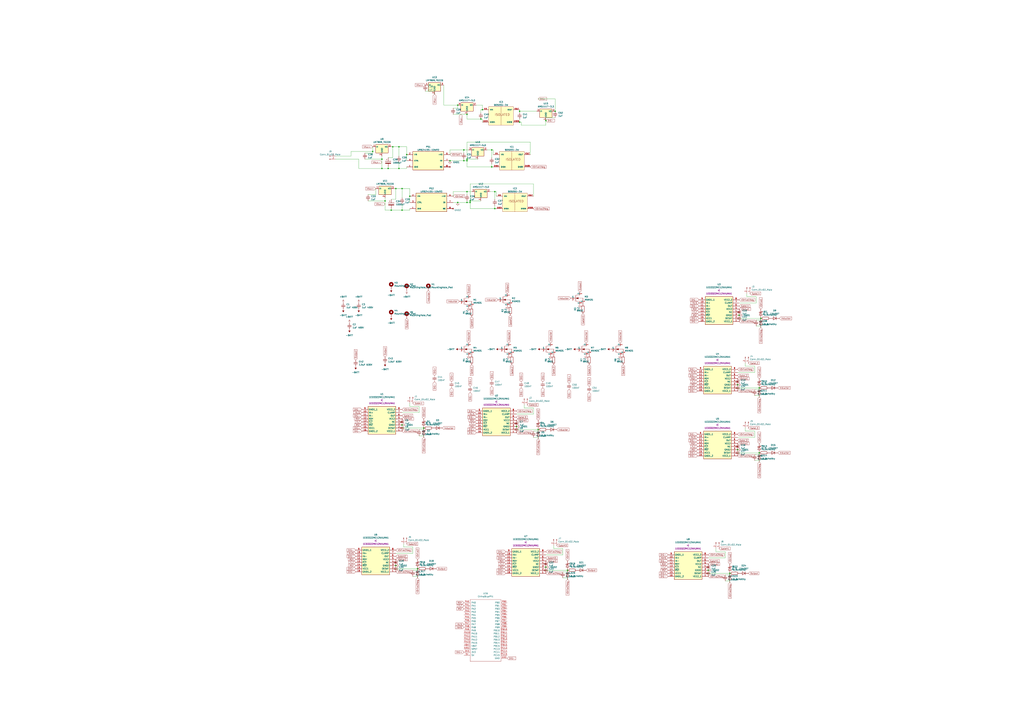
<source format=kicad_sch>
(kicad_sch (version 20211123) (generator eeschema)
  (paper "A1")
  (junction (at 381 123.19))
  (junction (at 342.9 467.36))
  (junction (at 406.4 157.48))
  (junction (at 334.01 127))
  (junction (at 441.96 353.06))
  (junction (at 466.09 468.63))
  (junction (at 322.58 120.65))
  (junction (at 321.31 172.72))
  (junction (at 383.54 132.08))
  (junction (at 624.84 261.62))
  (junction (at 369.57 132.08))
  (junction (at 330.2 172.72))
  (junction (at 396.24 90.17))
  (junction (at 426.72 91.44))
  (junction (at 313.69 138.43))
  (junction (at 383.54 130.81))
  (junction (at 448.31 99.06))
  (junction (at 599.44 471.17))
  (junction (at 306.07 124.46))
  (junction (at 375.92 86.36))
  (junction (at 448.31 466.09))
  (junction (at 313.69 130.81))
  (junction (at 316.23 165.1))
  (junction (at 386.08 165.1))
  (junction (at 623.57 372.11))
  (junction (at 581.66 468.63))
  (junction (at 327.66 138.43))
  (junction (at 347.98 351.79))
  (junction (at 455.93 91.44))
  (junction (at 325.12 464.82))
  (junction (at 403.86 123.19))
  (junction (at 318.77 138.43))
  (junction (at 381 132.08))
  (junction (at 383.54 157.48))
  (junction (at 623.57 318.77))
  (junction (at 383.54 93.98))
  (junction (at 375.92 166.37))
  (junction (at 394.97 97.79))
  (junction (at 330.2 154.94))
  (junction (at 386.08 166.37))
  (junction (at 605.79 316.23))
  (junction (at 426.72 100.33))
  (junction (at 406.4 171.45))
  (junction (at 383.54 166.37))
  (junction (at 336.55 161.29))
  (junction (at 607.06 259.08))
  (junction (at 325.12 154.94))
  (junction (at 327.66 120.65))
  (junction (at 403.86 137.16))
  (junction (at 605.79 369.57))
  (junction (at 424.18 350.52))
  (junction (at 330.2 349.25))
  (wire (pts (xy 316.23 162.56) (xy 316.23 165.1)))
  (wire (pts (xy 621.03 243.84) (xy 613.41 243.84)))
  (wire (pts (xy 299.72 130.81) (xy 313.69 130.81)))
  (wire (pts (xy 438.15 354.33) (xy 441.96 354.33)))
  (wire (pts (xy 427.99 102.87) (xy 427.99 100.33)))
  (wire (pts (xy 356.87 74.93) (xy 356.87 77.47)))
  (wire (pts (xy 595.63 477.52) (xy 599.44 477.52)))
  (wire (pts (xy 339.09 468.63) (xy 342.9 468.63)))
  (wire (pts (xy 455.93 96.52) (xy 448.31 96.52)))
  (wire (pts (xy 623.57 325.12) (xy 623.57 326.39)))
  (wire (pts (xy 441.96 81.28) (xy 455.93 81.28)))
  (wire (pts (xy 623.57 320.04) (xy 623.57 318.77)))
  (wire (pts (xy 462.28 469.9) (xy 466.09 469.9)))
  (wire (pts (xy 581.66 471.17) (xy 599.44 471.17)))
  (wire (pts (xy 394.97 90.17) (xy 396.24 90.17)))
  (wire (pts (xy 605.79 359.41) (xy 619.76 359.41)))
  (wire (pts (xy 394.97 97.79) (xy 383.54 97.79)))
  (wire (pts (xy 405.13 123.19) (xy 405.13 127)))
  (wire (pts (xy 619.76 359.41) (xy 619.76 354.33)))
  (wire (pts (xy 381 123.19) (xy 381 125.73)))
  (wire (pts (xy 288.29 124.46) (xy 306.07 124.46)))
  (wire (pts (xy 313.69 130.81) (xy 313.69 138.43)))
  (wire (pts (xy 325.12 154.94) (xy 330.2 154.94)))
  (wire (pts (xy 383.54 97.79) (xy 383.54 93.98)))
  (wire (pts (xy 623.57 373.38) (xy 623.57 372.11)))
  (wire (pts (xy 299.72 125.73) (xy 306.07 125.73)))
  (wire (pts (xy 302.26 165.1) (xy 316.23 165.1)))
  (wire (pts (xy 334.01 138.43) (xy 334.01 137.16)))
  (wire (pts (xy 426.72 97.79) (xy 426.72 100.33)))
  (wire (pts (xy 621.03 267.97) (xy 624.84 267.97)))
  (wire (pts (xy 466.09 474.98) (xy 466.09 476.25)))
  (wire (pts (xy 347.98 358.14) (xy 347.98 359.41)))
  (wire (pts (xy 406.4 168.91) (xy 406.4 171.45)))
  (wire (pts (xy 322.58 129.54) (xy 322.58 120.65)))
  (wire (pts (xy 306.07 124.46) (xy 306.07 120.65)))
  (wire (pts (xy 344.17 334.01) (xy 336.55 334.01)))
  (wire (pts (xy 308.61 154.94) (xy 308.61 160.02)))
  (wire (pts (xy 424.18 340.36) (xy 438.15 340.36)))
  (wire (pts (xy 339.09 449.58) (xy 331.47 449.58)))
  (wire (pts (xy 605.79 372.11) (xy 623.57 372.11)))
  (wire (pts (xy 327.66 128.27) (xy 327.66 120.65)))
  (wire (pts (xy 435.61 127) (xy 435.61 116.84)))
  (wire (pts (xy 336.55 172.72) (xy 336.55 171.45)))
  (wire (pts (xy 435.61 116.84) (xy 383.54 116.84)))
  (wire (pts (xy 383.54 157.48) (xy 372.11 157.48)))
  (wire (pts (xy 334.01 127) (xy 334.01 132.08)))
  (wire (pts (xy 330.2 162.56) (xy 330.2 154.94)))
  (wire (pts (xy 619.76 354.33) (xy 612.14 354.33)))
  (wire (pts (xy 321.31 172.72) (xy 330.2 172.72)))
  (wire (pts (xy 605.79 306.07) (xy 619.76 306.07)))
  (wire (pts (xy 448.31 102.87) (xy 448.31 99.06)))
  (wire (pts (xy 619.76 373.38) (xy 623.57 373.38)))
  (wire (pts (xy 327.66 138.43) (xy 334.01 138.43)))
  (wire (pts (xy 383.54 165.1) (xy 383.54 166.37)))
  (wire (pts (xy 613.41 243.84) (xy 613.41 241.3)))
  (wire (pts (xy 619.76 320.04) (xy 623.57 320.04)))
  (wire (pts (xy 386.08 165.1) (xy 386.08 166.37)))
  (wire (pts (xy 403.86 137.16) (xy 383.54 137.16)))
  (wire (pts (xy 462.28 474.98) (xy 466.09 474.98)))
  (wire (pts (xy 391.16 86.36) (xy 396.24 86.36)))
  (wire (pts (xy 407.67 157.48) (xy 407.67 161.29)))
  (wire (pts (xy 427.99 102.87) (xy 448.31 102.87)))
  (wire (pts (xy 406.4 157.48) (xy 407.67 157.48)))
  (wire (pts (xy 595.63 458.47) (xy 595.63 453.39)))
  (wire (pts (xy 396.24 97.79) (xy 394.97 97.79)))
  (wire (pts (xy 383.54 116.84) (xy 383.54 130.81)))
  (wire (pts (xy 595.63 472.44) (xy 599.44 472.44)))
  (wire (pts (xy 406.4 171.45) (xy 386.08 171.45)))
  (wire (pts (xy 325.12 163.83) (xy 325.12 154.94)))
  (wire (pts (xy 330.2 172.72) (xy 336.55 172.72)))
  (wire (pts (xy 396.24 100.33) (xy 396.24 97.79)))
  (wire (pts (xy 372.11 157.48) (xy 372.11 161.29)))
  (wire (pts (xy 383.54 157.48) (xy 383.54 160.02)))
  (wire (pts (xy 339.09 473.71) (xy 342.9 473.71)))
  (wire (pts (xy 375.92 86.36) (xy 375.92 88.9)))
  (wire (pts (xy 403.86 134.62) (xy 403.86 137.16)))
  (wire (pts (xy 334.01 120.65) (xy 334.01 127)))
  (wire (pts (xy 424.18 353.06) (xy 441.96 353.06)))
  (wire (pts (xy 372.11 93.98) (xy 383.54 93.98)))
  (wire (pts (xy 599.44 472.44) (xy 599.44 471.17)))
  (wire (pts (xy 344.17 339.09) (xy 344.17 334.01)))
  (wire (pts (xy 405.13 137.16) (xy 403.86 137.16)))
  (wire (pts (xy 438.15 359.41) (xy 441.96 359.41)))
  (wire (pts (xy 621.03 262.89) (xy 624.84 262.89)))
  (wire (pts (xy 318.77 138.43) (xy 327.66 138.43)))
  (wire (pts (xy 383.54 132.08) (xy 383.54 137.16)))
  (wire (pts (xy 336.55 161.29) (xy 336.55 166.37)))
  (wire (pts (xy 427.99 100.33) (xy 426.72 100.33)))
  (wire (pts (xy 318.77 137.16) (xy 318.77 138.43)))
  (wire (pts (xy 330.2 351.79) (xy 347.98 351.79)))
  (wire (pts (xy 342.9 473.71) (xy 342.9 474.98)))
  (wire (pts (xy 448.31 468.63) (xy 466.09 468.63)))
  (wire (pts (xy 330.2 339.09) (xy 344.17 339.09)))
  (wire (pts (xy 623.57 378.46) (xy 623.57 379.73)))
  (wire (pts (xy 599.44 477.52) (xy 599.44 478.79)))
  (wire (pts (xy 386.08 165.1) (xy 394.97 165.1)))
  (wire (pts (xy 619.76 325.12) (xy 623.57 325.12)))
  (wire (pts (xy 394.97 92.71) (xy 394.97 90.17)))
  (wire (pts (xy 383.54 166.37) (xy 375.92 166.37)))
  (wire (pts (xy 331.47 449.58) (xy 331.47 447.04)))
  (wire (pts (xy 426.72 91.44) (xy 440.69 91.44)))
  (wire (pts (xy 294.64 130.81) (xy 294.64 138.43)))
  (wire (pts (xy 349.25 74.93) (xy 356.87 74.93)))
  (wire (pts (xy 323.85 154.94) (xy 325.12 154.94)))
  (wire (pts (xy 369.57 123.19) (xy 369.57 127)))
  (wire (pts (xy 344.17 358.14) (xy 347.98 358.14)))
  (wire (pts (xy 619.76 378.46) (xy 623.57 378.46)))
  (wire (pts (xy 396.24 86.36) (xy 396.24 90.17)))
  (wire (pts (xy 624.84 262.89) (xy 624.84 261.62)))
  (wire (pts (xy 288.29 128.27) (xy 288.29 124.46)))
  (wire (pts (xy 313.69 138.43) (xy 318.77 138.43)))
  (wire (pts (xy 316.23 172.72) (xy 321.31 172.72)))
  (wire (pts (xy 607.06 261.62) (xy 624.84 261.62)))
  (wire (pts (xy 605.79 318.77) (xy 623.57 318.77)))
  (wire (pts (xy 327.66 120.65) (xy 334.01 120.65)))
  (wire (pts (xy 294.64 138.43) (xy 313.69 138.43)))
  (wire (pts (xy 462.28 455.93) (xy 462.28 450.85)))
  (wire (pts (xy 386.08 166.37) (xy 386.08 171.45)))
  (wire (pts (xy 383.54 130.81) (xy 383.54 132.08)))
  (wire (pts (xy 438.15 340.36) (xy 438.15 335.28)))
  (wire (pts (xy 386.08 151.13) (xy 386.08 165.1)))
  (wire (pts (xy 466.09 469.9) (xy 466.09 468.63)))
  (wire (pts (xy 372.11 88.9) (xy 375.92 88.9)))
  (wire (pts (xy 595.63 453.39) (xy 588.01 453.39)))
  (wire (pts (xy 448.31 96.52) (xy 448.31 99.06)))
  (wire (pts (xy 381 130.81) (xy 381 132.08)))
  (wire (pts (xy 313.69 128.27) (xy 313.69 130.81)))
  (wire (pts (xy 347.98 353.06) (xy 347.98 351.79)))
  (wire (pts (xy 325.12 454.66) (xy 339.09 454.66)))
  (wire (pts (xy 607.06 248.92) (xy 621.03 248.92)))
  (wire (pts (xy 430.53 335.28) (xy 430.53 332.74)))
  (wire (pts (xy 325.12 467.36) (xy 342.9 467.36)))
  (wire (pts (xy 441.96 354.33) (xy 441.96 353.06)))
  (wire (pts (xy 330.2 167.64) (xy 330.2 172.72)))
  (wire (pts (xy 381 123.19) (xy 369.57 123.19)))
  (wire (pts (xy 387.35 157.48) (xy 383.54 157.48)))
  (wire (pts (xy 621.03 248.92) (xy 621.03 243.84)))
  (wire (pts (xy 322.58 120.65) (xy 327.66 120.65)))
  (wire (pts (xy 321.31 163.83) (xy 325.12 163.83)))
  (wire (pts (xy 302.26 160.02) (xy 308.61 160.02)))
  (wire (pts (xy 330.2 154.94) (xy 336.55 154.94)))
  (wire (pts (xy 342.9 468.63) (xy 342.9 467.36)))
  (wire (pts (xy 403.86 123.19) (xy 405.13 123.19)))
  (wire (pts (xy 321.31 171.45) (xy 321.31 172.72)))
  (wire (pts (xy 588.01 453.39) (xy 588.01 450.85)))
  (wire (pts (xy 406.4 157.48) (xy 406.4 163.83)))
  (wire (pts (xy 336.55 334.01) (xy 336.55 331.47)))
  (wire (pts (xy 438.15 151.13) (xy 386.08 151.13)))
  (wire (pts (xy 581.66 458.47) (xy 595.63 458.47)))
  (wire (pts (xy 336.55 154.94) (xy 336.55 161.29)))
  (wire (pts (xy 455.93 81.28) (xy 455.93 91.44)))
  (wire (pts (xy 619.76 306.07) (xy 619.76 300.99)))
  (wire (pts (xy 441.96 359.41) (xy 441.96 360.68)))
  (wire (pts (xy 426.72 91.44) (xy 426.72 92.71)))
  (wire (pts (xy 321.31 120.65) (xy 322.58 120.65)))
  (wire (pts (xy 316.23 165.1) (xy 316.23 172.72)))
  (wire (pts (xy 339.09 454.66) (xy 339.09 449.58)))
  (wire (pts (xy 400.05 123.19) (xy 403.86 123.19)))
  (wire (pts (xy 386.08 166.37) (xy 383.54 166.37)))
  (wire (pts (xy 375.92 166.37) (xy 372.11 166.37)))
  (wire (pts (xy 438.15 335.28) (xy 430.53 335.28)))
  (wire (pts (xy 383.54 130.81) (xy 392.43 130.81)))
  (wire (pts (xy 327.66 133.35) (xy 327.66 138.43)))
  (wire (pts (xy 402.59 157.48) (xy 406.4 157.48)))
  (wire (pts (xy 438.15 161.29) (xy 438.15 151.13)))
  (wire (pts (xy 306.07 125.73) (xy 306.07 124.46)))
  (wire (pts (xy 384.81 123.19) (xy 381 123.19)))
  (wire (pts (xy 619.76 300.99) (xy 612.14 300.99)))
  (wire (pts (xy 462.28 450.85) (xy 454.66 450.85)))
  (wire (pts (xy 318.77 129.54) (xy 322.58 129.54)))
  (wire (pts (xy 612.14 354.33) (xy 612.14 351.79)))
  (wire (pts (xy 364.49 86.36) (xy 364.49 69.85)))
  (wire (pts (xy 407.67 171.45) (xy 406.4 171.45)))
  (wire (pts (xy 344.17 353.06) (xy 347.98 353.06)))
  (wire (pts (xy 275.59 128.27) (xy 288.29 128.27)))
  (wire (pts (xy 624.84 267.97) (xy 624.84 269.24)))
  (wire (pts (xy 454.66 450.85) (xy 454.66 448.31)))
  (wire (pts (xy 383.54 132.08) (xy 381 132.08)))
  (wire (pts (xy 275.59 130.81) (xy 294.64 130.81)))
  (wire (pts (xy 381 132.08) (xy 369.57 132.08)))
  (wire (pts (xy 612.14 300.99) (xy 612.14 298.45)))
  (wire (pts (xy 426.72 90.17) (xy 426.72 91.44)))
  (wire (pts (xy 375.92 86.36) (xy 364.49 86.36)))
  (wire (pts (xy 403.86 123.19) (xy 403.86 129.54)))
  (wire (pts (xy 448.31 455.93) (xy 462.28 455.93)))
  (global_label "DIG+" (shape input) (at 548.64 471.17 180) (property "Intersheet References" "${INTERSHEET_REFS}" (effects hide)))
  (global_label "RDY" (shape input) (at 391.16 345.44 180) (property "Intersheet References" "${INTERSHEET_REFS}" (effects hide)))
  (global_label "GateH1" (shape input) (at 387.35 260.35 270) (property "Intersheet References" "${INTERSHEET_REFS}" (effects hide)))
  (global_label "GateH2" (shape input) (at 334.01 447.04 0) (property "Intersheet References" "${INTERSHEET_REFS}" (effects hide)))
  (global_label "DIG-" (shape input) (at 415.29 453.39 180) (property "Intersheet References" "${INTERSHEET_REFS}" (effects hide)))
  (global_label "FLT" (shape input) (at 415.29 463.55 180) (property "Intersheet References" "${INTERSHEET_REFS}" (effects hide)))
  (global_label "VDrive1" (shape input) (at 607.06 254 0) (property "Intersheet References" "${INTERSHEET_REFS}" (effects hide)))
  (global_label "DIG-" (shape input) (at 391.16 337.82 180) (property "Intersheet References" "${INTERSHEET_REFS}" (effects hide)))
  (global_label "VDrive2Neg" (shape input) (at 438.15 171.45 0) (property "Intersheet References" "${INTERSHEET_REFS}" (effects hide)))
  (global_label "Inductor" (shape input) (at 351.79 238.76 270) (property "Intersheet References" "${INTERSHEET_REFS}" (effects hide)))
  (global_label "VDrive1" (shape input) (at 347.98 344.17 90) (property "Intersheet References" "${INTERSHEET_REFS}" (effects hide)))
  (global_label "VDrive1Neg" (shape input) (at 330.2 336.55 0) (property "Intersheet References" "${INTERSHEET_REFS}" (effects hide)))
  (global_label "DIG+" (shape input) (at 574.04 261.62 180) (property "Intersheet References" "${INTERSHEET_REFS}" (effects hide)))
  (global_label "VDrive1" (shape input) (at 605.79 311.15 0) (property "Intersheet References" "${INTERSHEET_REFS}" (effects hide)))
  (global_label "DIG-" (shape input) (at 483.87 322.58 270) (property "Intersheet References" "${INTERSHEET_REFS}" (effects hide)))
  (global_label "Output" (shape input) (at 334.01 261.62 270) (property "Intersheet References" "${INTERSHEET_REFS}" (effects hide)))
  (global_label "GateL4" (shape input) (at 607.06 251.46 0) (property "Intersheet References" "${INTERSHEET_REFS}" (effects hide)))
  (global_label "DIG-" (shape input) (at 292.1 457.2 180) (property "Intersheet References" "${INTERSHEET_REFS}" (effects hide)))
  (global_label "VDrive1Neg" (shape input) (at 605.79 374.65 0) (property "Intersheet References" "${INTERSHEET_REFS}" (effects hide)))
  (global_label "GateL3" (shape input) (at 614.68 351.79 0) (property "Intersheet References" "${INTERSHEET_REFS}" (effects hide)))
  (global_label "DIG-" (shape input) (at 297.18 354.33 180) (property "Intersheet References" "${INTERSHEET_REFS}" (effects hide)))
  (global_label "GateH3" (shape input) (at 478.79 257.81 270) (property "Intersheet References" "${INTERSHEET_REFS}" (effects hide)))
  (global_label "VAux-" (shape input) (at 356.87 77.47 270) (property "Intersheet References" "${INTERSHEET_REFS}" (effects hide)))
  (global_label "DIG+" (shape input) (at 445.77 313.69 90) (property "Intersheet References" "${INTERSHEET_REFS}" (effects hide)))
  (global_label "DIG-" (shape input) (at 292.1 452.12 180) (property "Intersheet References" "${INTERSHEET_REFS}" (effects hide)))
  (global_label "INHS" (shape input) (at 415.29 455.93 180) (property "Intersheet References" "${INTERSHEET_REFS}" (effects hide)))
  (global_label "VDrive1" (shape input) (at 624.84 254 90) (property "Intersheet References" "${INTERSHEET_REFS}" (effects hide)))
  (global_label "Inductor" (shape input) (at 509.27 281.94 90) (property "Intersheet References" "${INTERSHEET_REFS}" (effects hide)))
  (global_label "INHS" (shape input) (at 292.1 454.66 180) (property "Intersheet References" "${INTERSHEET_REFS}" (effects hide)))
  (global_label "Output" (shape input) (at 316.23 293.37 90) (property "Intersheet References" "${INTERSHEET_REFS}" (effects hide)))
  (global_label "DIG-" (shape input) (at 574.04 264.16 180) (property "Intersheet References" "${INTERSHEET_REFS}" (effects hide)))
  (global_label "Inductor" (shape input) (at 481.33 281.94 90) (property "Intersheet References" "${INTERSHEET_REFS}" (effects hide)))
  (global_label "GateL1" (shape input) (at 330.2 341.63 0) (property "Intersheet References" "${INTERSHEET_REFS}" (effects hide)))
  (global_label "RDY" (shape input) (at 415.29 461.01 180) (property "Intersheet References" "${INTERSHEET_REFS}" (effects hide)))
  (global_label "Output" (shape input) (at 476.25 240.03 90) (property "Intersheet References" "${INTERSHEET_REFS}" (effects hide)))
  (global_label "RDY" (shape input) (at 574.04 254 180) (property "Intersheet References" "${INTERSHEET_REFS}" (effects hide)))
  (global_label "DIG-" (shape input) (at 572.77 303.53 180) (property "Intersheet References" "${INTERSHEET_REFS}" (effects hide)))
  (global_label "DIG+" (shape input) (at 370.84 313.69 90) (property "Intersheet References" "${INTERSHEET_REFS}" (effects hide)))
  (global_label "Output" (shape input) (at 292.1 295.91 90) (property "Intersheet References" "${INTERSHEET_REFS}" (effects hide)))
  (global_label "VDrive2" (shape input) (at 581.66 463.55 0) (property "Intersheet References" "${INTERSHEET_REFS}" (effects hide)))
  (global_label "INHS" (shape input) (at 381 515.62 180) (property "Intersheet References" "${INTERSHEET_REFS}" (effects hide)))
  (global_label "GateL1" (shape input) (at 387.35 299.72 270) (property "Intersheet References" "${INTERSHEET_REFS}" (effects hide)))
  (global_label "Inductor" (shape input) (at 468.63 245.11 180) (property "Intersheet References" "${INTERSHEET_REFS}" (effects hide)))
  (global_label "INLS" (shape input) (at 391.16 340.36 180) (property "Intersheet References" "${INTERSHEET_REFS}" (effects hide)))
  (global_label "RST" (shape input) (at 297.18 349.25 180) (property "Intersheet References" "${INTERSHEET_REFS}" (effects hide)))
  (global_label "FLT" (shape input) (at 381 497.84 180) (property "Intersheet References" "${INTERSHEET_REFS}" (effects hide)))
  (global_label "GateL1" (shape input) (at 339.09 331.47 0) (property "Intersheet References" "${INTERSHEET_REFS}" (effects hide)))
  (global_label "DIG-" (shape input) (at 415.29 471.17 180) (property "Intersheet References" "${INTERSHEET_REFS}" (effects hide)))
  (global_label "RST" (shape input) (at 572.77 316.23 180) (property "Intersheet References" "${INTERSHEET_REFS}" (effects hide)))
  (global_label "GateL2" (shape input) (at 614.68 298.45 0) (property "Intersheet References" "${INTERSHEET_REFS}" (effects hide)))
  (global_label "VDrive2" (shape input) (at 372.11 161.29 0) (property "Intersheet References" "${INTERSHEET_REFS}" (effects hide)))
  (global_label "VDrive1Neg" (shape input) (at 607.06 264.16 0) (property "Intersheet References" "${INTERSHEET_REFS}" (effects hide)))
  (global_label "GateL5" (shape input) (at 424.18 342.9 0) (property "Intersheet References" "${INTERSHEET_REFS}" (effects hide)))
  (global_label "DIG+" (shape input) (at 572.77 372.11 180) (property "Intersheet References" "${INTERSHEET_REFS}" (effects hide)))
  (global_label "DIG-" (shape input) (at 572.77 374.65 180) (property "Intersheet References" "${INTERSHEET_REFS}" (effects hide)))
  (global_label "VDrive1Neg" (shape input) (at 435.61 137.16 0) (property "Intersheet References" "${INTERSHEET_REFS}" (effects hide)))
  (global_label "DIG-" (shape input) (at 572.77 308.61 180) (property "Intersheet References" "${INTERSHEET_REFS}" (effects hide)))
  (global_label "VDrive2Neg" (shape input) (at 448.31 453.39 0) (property "Intersheet References" "${INTERSHEET_REFS}" (effects hide)))
  (global_label "DIG+" (shape input) (at 356.87 308.61 90) (property "Intersheet References" "${INTERSHEET_REFS}" (effects hide)))
  (global_label "DIG-" (shape input) (at 386.08 322.58 270) (property "Intersheet References" "${INTERSHEET_REFS}" (effects hide)))
  (global_label "DIG-" (shape input) (at 448.31 99.06 0) (property "Intersheet References" "${INTERSHEET_REFS}" (effects hide)))
  (global_label "VDrive1Neg" (shape input) (at 624.84 269.24 270) (property "Intersheet References" "${INTERSHEET_REFS}" (effects hide)))
  (global_label "INLS" (shape input) (at 572.77 359.41 180) (property "Intersheet References" "${INTERSHEET_REFS}" (effects hide)))
  (global_label "RDY" (shape input) (at 572.77 364.49 180) (property "Intersheet References" "${INTERSHEET_REFS}" (effects hide)))
  (global_label "DIG+" (shape input) (at 415.29 468.63 180) (property "Intersheet References" "${INTERSHEET_REFS}" (effects hide)))
  (global_label "Output" (shape input) (at 416.56 241.3 90) (property "Intersheet References" "${INTERSHEET_REFS}" (effects hide)))
  (global_label "FLT" (shape input) (at 292.1 462.28 180) (property "Intersheet References" "${INTERSHEET_REFS}" (effects hide)))
  (global_label "VDrive1Neg" (shape input) (at 441.96 360.68 270) (property "Intersheet References" "${INTERSHEET_REFS}" (effects hide)))
  (global_label "DIG-" (shape input) (at 548.64 455.93 180) (property "Intersheet References" "${INTERSHEET_REFS}" (effects hide)))
  (global_label "VDrive1Neg" (shape input) (at 424.18 337.82 0) (property "Intersheet References" "${INTERSHEET_REFS}" (effects hide)))
  (global_label "Inductor" (shape input) (at 417.83 281.94 90) (property "Intersheet References" "${INTERSHEET_REFS}" (effects hide)))
  (global_label "VDrive2" (shape input) (at 466.09 461.01 90) (property "Intersheet References" "${INTERSHEET_REFS}" (effects hide)))
  (global_label "DIG-" (shape input) (at 297.18 336.55 180) (property "Intersheet References" "${INTERSHEET_REFS}" (effects hide)))
  (global_label "GateL5" (shape input) (at 433.07 332.74 0) (property "Intersheet References" "${INTERSHEET_REFS}" (effects hide)))
  (global_label "RST" (shape input) (at 415.29 466.09 180) (property "Intersheet References" "${INTERSHEET_REFS}" (effects hide)))
  (global_label "DIG+" (shape input) (at 391.16 353.06 180) (property "Intersheet References" "${INTERSHEET_REFS}" (effects hide)))
  (global_label "VDrive1Neg" (shape input) (at 623.57 379.73 270) (property "Intersheet References" "${INTERSHEET_REFS}" (effects hide)))
  (global_label "DIG+" (shape input) (at 297.18 351.79 180) (property "Intersheet References" "${INTERSHEET_REFS}" (effects hide)))
  (global_label "INHS" (shape input) (at 548.64 458.47 180) (property "Intersheet References" "${INTERSHEET_REFS}" (effects hide)))
  (global_label "VDrive2Neg" (shape input) (at 581.66 473.71 0) (property "Intersheet References" "${INTERSHEET_REFS}" (effects hide)))
  (global_label "DIG-" (shape input) (at 416.56 541.02 0) (property "Intersheet References" "${INTERSHEET_REFS}" (effects hide)))
  (global_label "VAux+" (shape input) (at 349.25 69.85 180) (property "Intersheet References" "${INTERSHEET_REFS}" (effects hide)))
  (global_label "VAux-" (shape input) (at 313.69 133.35 180) (property "Intersheet References" "${INTERSHEET_REFS}" (effects hide)))
  (global_label "DIG-" (shape input) (at 574.04 246.38 180) (property "Intersheet References" "${INTERSHEET_REFS}" (effects hide)))
  (global_label "VDrive1" (shape input) (at 623.57 311.15 90) (property "Intersheet References" "${INTERSHEET_REFS}" (effects hide)))
  (global_label "FLT" (shape input) (at 572.77 367.03 180) (property "Intersheet References" "${INTERSHEET_REFS}" (effects hide)))
  (global_label "DIG-" (shape input) (at 445.77 318.77 270) (property "Intersheet References" "${INTERSHEET_REFS}" (effects hide)))
  (global_label "GateL3" (shape input) (at 605.79 361.95 0) (property "Intersheet References" "${INTERSHEET_REFS}" (effects hide)))
  (global_label "VDrive1Neg" (shape input) (at 605.79 303.53 0) (property "Intersheet References" "${INTERSHEET_REFS}" (effects hide)))
  (global_label "VDrive2Neg" (shape input) (at 325.12 469.9 0) (property "Intersheet References" "${INTERSHEET_REFS}" (effects hide)))
  (global_label "GateL3" (shape input) (at 454.66 299.72 270) (property "Intersheet References" "${INTERSHEET_REFS}" (effects hide)))
  (global_label "DIG-" (shape input) (at 297.18 341.63 180) (property "Intersheet References" "${INTERSHEET_REFS}" (effects hide)))
  (global_label "Inductor" (shape input) (at 363.22 351.79 0) (property "Intersheet References" "${INTERSHEET_REFS}" (effects hide)))
  (global_label "RST" (shape input) (at 391.16 350.52 180) (property "Intersheet References" "${INTERSHEET_REFS}" (effects hide)))
  (global_label "VAux+" (shape input) (at 306.07 120.65 180) (property "Intersheet References" "${INTERSHEET_REFS}" (effects hide)))
  (global_label "Inductor" (shape input) (at 384.81 281.94 90) (property "Intersheet References" "${INTERSHEET_REFS}" (effects hide)))
  (global_label "DIG-" (shape input) (at 572.77 356.87 180) (property "Intersheet References" "${INTERSHEET_REFS}" (effects hide)))
  (global_label "VDrive1Neg" (shape input) (at 605.79 321.31 0) (property "Intersheet References" "${INTERSHEET_REFS}" (effects hide)))
  (global_label "GateL4" (shape input) (at 615.95 241.3 0) (property "Intersheet References" "${INTERSHEET_REFS}" (effects hide)))
  (global_label "FLT" (shape input) (at 297.18 346.71 180) (property "Intersheet References" "${INTERSHEET_REFS}" (effects hide)))
  (global_label "DIG+" (shape input) (at 483.87 317.5 90) (property "Intersheet References" "${INTERSHEET_REFS}" (effects hide)))
  (global_label "VDrive1Neg" (shape input) (at 424.18 355.6 0) (property "Intersheet References" "${INTERSHEET_REFS}" (effects hide)))
  (global_label "VAux-" (shape input) (at 378.46 93.98 270) (property "Intersheet References" "${INTERSHEET_REFS}" (effects hide)))
  (global_label "Inductor" (shape input) (at 640.08 261.62 0) (property "Intersheet References" "${INTERSHEET_REFS}" (effects hide)))
  (global_label "Inductor" (shape input) (at 408.94 246.38 180) (property "Intersheet References" "${INTERSHEET_REFS}" (effects hide)))
  (global_label "VDrive1Neg" (shape input) (at 607.06 246.38 0) (property "Intersheet References" "${INTERSHEET_REFS}" (effects hide)))
  (global_label "VDrive2" (shape input) (at 448.31 461.01 0) (property "Intersheet References" "${INTERSHEET_REFS}" (effects hide)))
  (global_label "GateL4" (shape input) (at 483.87 299.72 270) (property "Intersheet References" "${INTERSHEET_REFS}" (effects hide)))
  (global_label "RDY" (shape input) (at 572.77 311.15 180) (property "Intersheet References" "${INTERSHEET_REFS}" (effects hide)))
  (global_label "GateL2" (shape input) (at 605.79 308.61 0) (property "Intersheet References" "${INTERSHEET_REFS}" (effects hide)))
  (global_label "DIG-" (shape input) (at 415.29 458.47 180) (property "Intersheet References" "${INTERSHEET_REFS}" (effects hide)))
  (global_label "INLS" (shape input) (at 572.77 306.07 180) (property "Intersheet References" "${INTERSHEET_REFS}" (effects hide)))
  (global_label "FLT" (shape input) (at 548.64 466.09 180) (property "Intersheet References" "${INTERSHEET_REFS}" (effects hide)))
  (global_label "Inductor" (shape input) (at 638.81 318.77 0) (property "Intersheet References" "${INTERSHEET_REFS}" (effects hide)))
  (global_label "DIG-" (shape input) (at 356.87 313.69 270) (property "Intersheet References" "${INTERSHEET_REFS}" (effects hide)))
  (global_label "VAux+" (shape input) (at 308.61 154.94 180) (property "Intersheet References" "${INTERSHEET_REFS}" (effects hide)))
  (global_label "DIG+" (shape input) (at 572.77 318.77 180) (property "Intersheet References" "${INTERSHEET_REFS}" (effects hide)))
  (global_label "Output" (shape input) (at 614.68 471.17 0) (property "Intersheet References" "${INTERSHEET_REFS}" (effects hide)))
  (global_label "VAux-" (shape input) (at 316.23 167.64 180) (property "Intersheet References" "${INTERSHEET_REFS}" (effects hide)))
  (global_label "DIG-" (shape input) (at 574.04 251.46 180) (property "Intersheet References" "${INTERSHEET_REFS}" (effects hide)))
  (global_label "FLT" (shape input) (at 574.04 256.54 180) (property "Intersheet References" "${INTERSHEET_REFS}" (effects hide)))
  (global_label "VDrive2" (shape input) (at 599.44 463.55 90) (property "Intersheet References" "${INTERSHEET_REFS}" (effects hide)))
  (global_label "VDrive1" (shape input) (at 369.57 127 0) (property "Intersheet References" "${INTERSHEET_REFS}" (effects hide)))
  (global_label "GateH3" (shape input) (at 448.31 458.47 0) (property "Intersheet References" "${INTERSHEET_REFS}" (effects hide)))
  (global_label "GateH2" (shape input) (at 419.1 259.08 270) (property "Intersheet References" "${INTERSHEET_REFS}" (effects hide)))
  (global_label "VDrive2Neg" (shape input) (at 599.44 478.79 270) (property "Intersheet References" "${INTERSHEET_REFS}" (effects hide)))
  (global_label "DIG+" (shape input) (at 441.96 81.28 0) (property "Intersheet References" "${INTERSHEET_REFS}" (effects hide)))
  (global_label "Inductor" (shape input) (at 452.12 281.94 90) (property "Intersheet References" "${INTERSHEET_REFS}" (effects hide)))
  (global_label "VDrive1Neg" (shape input) (at 330.2 354.33 0) (property "Intersheet References" "${INTERSHEET_REFS}" (effects hide)))
  (global_label "VDrive2Neg" (shape input) (at 466.09 476.25 270) (property "Intersheet References" "${INTERSHEET_REFS}" (effects hide)))
  (global_label "VDrive1" (shape input) (at 424.18 345.44 0) (property "Intersheet References" "${INTERSHEET_REFS}" (effects hide)))
  (global_label "VDrive2Neg" (shape input) (at 581.66 455.93 0) (property "Intersheet References" "${INTERSHEET_REFS}" (effects hide)))
  (global_label "INLS" (shape input) (at 297.18 339.09 180) (property "Intersheet References" "${INTERSHEET_REFS}" (effects hide)))
  (global_label "GateH2" (shape input) (at 325.12 457.2 0) (property "Intersheet References" "${INTERSHEET_REFS}" (effects hide)))
  (global_label "DIG+" (shape input) (at 292.1 467.36 180) (property "Intersheet References" "${INTERSHEET_REFS}" (effects hide)))
  (global_label "DIG+" (shape input) (at 467.36 314.96 90) (property "Intersheet References" "${INTERSHEET_REFS}" (effects hide)))
  (global_label "Inductor" (shape input) (at 457.2 353.06 0) (property "Intersheet References" "${INTERSHEET_REFS}" (effects hide)))
  (global_label "GateH1" (shape input) (at 590.55 450.85 0) (property "Intersheet References" "${INTERSHEET_REFS}" (effects hide)))
  (global_label "GateL2" (shape input) (at 420.37 299.72 270) (property "Intersheet References" "${INTERSHEET_REFS}" (effects hide)))
  (global_label "DIG-" (shape input) (at 572.77 321.31 180) (property "Intersheet References" "${INTERSHEET_REFS}" (effects hide)))
  (global_label "DIG-" (shape input) (at 403.86 317.5 270) (property "Intersheet References" "${INTERSHEET_REFS}" (effects hide)))
  (global_label "RST" (shape input) (at 292.1 464.82 180) (property "Intersheet References" "${INTERSHEET_REFS}" (effects hide)))
  (global_label "Inductor" (shape input) (at 377.19 247.65 180) (property "Intersheet References" "${INTERSHEET_REFS}" (effects hide)))
  (global_label "DIG+" (shape input) (at 386.08 317.5 90) (property "Intersheet References" "${INTERSHEET_REFS}" (effects hide)))
  (global_label "RST" (shape input) (at 574.04 259.08 180) (property "Intersheet References" "${INTERSHEET_REFS}" (effects hide)))
  (global_label "GateL5" (shape input) (at 511.81 299.72 270) (property "Intersheet References" "${INTERSHEET_REFS}" (effects hide)))
  (global_label "RST" (shape input) (at 381 500.38 180) (property "Intersheet References" "${INTERSHEET_REFS}" (effects hide)))
  (global_label "Output" (shape input) (at 481.33 468.63 0) (property "Intersheet References" "${INTERSHEET_REFS}" (effects hide)))
  (global_label "VDrive2Neg" (shape input) (at 342.9 474.98 270) (property "Intersheet References" "${INTERSHEET_REFS}" (effects hide)))
  (global_label "DIG-" (shape input) (at 391.16 355.6 180) (property "Intersheet References" "${INTERSHEET_REFS}" (effects hide)))
  (global_label "RST" (shape input) (at 572.77 369.57 180) (property "Intersheet References" "${INTERSHEET_REFS}" (effects hide)))
  (global_label "VDrive2" (shape input) (at 342.9 459.74 90) (property "Intersheet References" "${INTERSHEET_REFS}" (effects hide)))
  (global_label "RDY" (shape input) (at 292.1 459.74 180) (property "Intersheet References" "${INTERSHEET_REFS}" (effects hide)))
  (global_label "VDrive1" (shape input) (at 605.79 364.49 0) (property "Intersheet References" "${INTERSHEET_REFS}" (effects hide)))
  (global_label "RST" (shape input) (at 548.64 468.63 180) (property "Intersheet References" "${INTERSHEET_REFS}" (effects hide)))
  (global_label "INLS" (shape input) (at 574.04 248.92 180) (property "Intersheet References" "${INTERSHEET_REFS}" (effects hide)))
  (global_label "VDrive1Neg" (shape input) (at 605.79 356.87 0) (property "Intersheet References" "${INTERSHEET_REFS}" (effects hide)))
  (global_label "DIG-" (shape input) (at 548.64 473.71 180) (property "Intersheet References" "${INTERSHEET_REFS}" (effects hide)))
  (global_label "FLT" (shape input) (at 572.77 313.69 180) (property "Intersheet References" "${INTERSHEET_REFS}" (effects hide)))
  (global_label "VDrive1Neg" (shape input) (at 347.98 359.41 270) (property "Intersheet References" "${INTERSHEET_REFS}" (effects hide)))
  (global_label "RDY" (shape input) (at 381 495.3 180) (property "Intersheet References" "${INTERSHEET_REFS}" (effects hide)))
  (global_label "Output" (shape input) (at 384.81 242.57 90) (property "Intersheet References" "${INTERSHEET_REFS}" (effects hide)))
  (global_label "DIG-" (shape input) (at 572.77 361.95 180) (property "Intersheet References" "${INTERSHEET_REFS}" (effects hide)))
  (global_label "DIG+" (shape input) (at 381 535.94 180) (property "Intersheet References" "${INTERSHEET_REFS}" (effects hide)))
  (global_label "DIG-" (shape input) (at 427.99 318.77 270) (property "Intersheet References" "${INTERSHEET_REFS}" (effects hide)))
  (global_label "DIG+" (shape input) (at 403.86 312.42 90) (property "Intersheet References" "${INTERSHEET_REFS}" (effects hide)))
  (global_label "FLT" (shape input) (at 391.16 347.98 180) (property "Intersheet References" "${INTERSHEET_REFS}" (effects hide)))
  (global_label "Output" (shape input) (at 358.14 467.36 0) (property "Intersheet References" "${INTERSHEET_REFS}" (effects hide)))
  (global_label "VDrive1Neg" (shape input) (at 623.57 326.39 270) (property "Intersheet References" "${INTERSHEET_REFS}" (effects hide)))
  (global_label "RDY" (shape input) (at 548.64 463.55 180) (property "Intersheet References" "${INTERSHEET_REFS}" (effects hide)))
  (global_label "INLS" (shape input) (at 381 513.08 180) (property "Intersheet References" "${INTERSHEET_REFS}" (effects hide)))
  (global_label "DIG-" (shape input) (at 467.36 320.04 270) (property "Intersheet References" "${INTERSHEET_REFS}" (effects hide)))
  (global_label "VDrive1" (shape input) (at 441.96 345.44 90) (property "Intersheet References" "${INTERSHEET_REFS}" (effects hide)))
  (global_label "VDrive1" (shape input) (at 330.2 344.17 0) (property "Intersheet References" "${INTERSHEET_REFS}" (effects hide)))
  (global_label "GateH3" (shape input) (at 457.2 448.31 0) (property "Intersheet References" "${INTERSHEET_REFS}" (effects hide)))
  (global_label "VDrive2Neg" (shape input) (at 448.31 471.17 0) (property "Intersheet References" "${INTERSHEET_REFS}" (effects hide)))
  (global_label "DIG-" (shape input) (at 292.1 469.9 180) (property "Intersheet References" "${INTERSHEET_REFS}" (effects hide)))
  (global_label "RDY" (shape input) (at 297.18 344.17 180) (property "Intersheet References" "${INTERSHEET_REFS}" (effects hide)))
  (global_label "VDrive1" (shape input) (at 623.57 364.49 90) (property "Intersheet References" "${INTERSHEET_REFS}" (effects hide)))
  (global_label "GateH1" (shape input) (at 581.66 461.01 0) (property "Intersheet References" "${INTERSHEET_REFS}" (effects hide)))
  (global_label "VDrive2Neg" (shape input) (at 325.12 452.12 0) (property "Intersheet References" "${INTERSHEET_REFS}" (effects hide)))
  (global_label "Inductor" (shape input) (at 638.81 372.11 0) (property "Intersheet References" "${INTERSHEET_REFS}" (effects hide)))
  (global_label "DIG+" (shape input) (at 427.99 313.69 90) (property "Intersheet References" "${INTERSHEET_REFS}" (effects hide)))
  (global_label "DIG-" (shape input) (at 391.16 342.9 180) (property "Intersheet References" "${INTERSHEET_REFS}" (effects hide)))
  (global_label "VDrive2" (shape input) (at 325.12 459.74 0) (property "Intersheet References" "${INTERSHEET_REFS}" (effects hide)))
  (global_label "DIG-" (shape input) (at 548.64 461.01 180) (property "Intersheet References" "${INTERSHEET_REFS}" (effects hide)))
  (global_label "DIG-" (shape input) (at 370.84 318.77 270) (property "Intersheet References" "${INTERSHEET_REFS}" (effects hide)))
  (symbol (lib_id "B0505S-2W:B0505S-2W") (at 422.91 166.37 0) (unit 1)
    (property "Reference" "IC2" (at 422.91 154.94 0))
    (property "Value" "B0505S-2W" (at 422.91 157.48 0))
    (property "Footprint" "B0505S-2W:B0505S-2W" (effects hide))
    (property "DigiKey_Part_Number" "2725-B0505S-2W-ND" (effects hide))
    (property "MF" "MORNSUN" (effects hide))
    (property "Purchase-URL" "https://www.snapeda.com/api/url_track_click_mouser/?unipart_id=586697&manufacturer=MORNSUN&part_name=B0505S-2W&search_term=None" (effects hide))
    (property "Package" "None" (effects hide))
    (property "MPN" "B0505S-2W" (effects hide))
    (property "VALUE" "B0505S-2W" (effects hide))
    (property "SnapEDA_Link" "https://www.snapeda.com/parts/B0505S-2W/MORNSUN/view-part/?ref=snap" (effects hide))
    (property "MP" "B0505S-2W" (effects hide))
    (property "Description" "\nIsolated Module DC DC Converter 1 Output 5V 400mA 4.5V - 5.5V Input\n" (effects hide))
    (property "Check_prices" "https://www.snapeda.com/parts/B0505S-2W/MORNSUN/view-part/?ref=eda" (effects hide))
  )
  (symbol (lib_id "Device:C_Small") (at 349.25 72.39 0) (unit 1)
    (property "Reference" "C38" (at 351.79 71.1262 0) (effects (justify left)))
    (property "Value" "1uF" (at 351.79 73.6662 0) (effects (justify left)))
    (property "Footprint" "Capacitor_SMD:C_1206_3216Metric_Pad1.33x1.80mm_HandSolder" (effects hide))
  )
  (symbol (lib_id "1ED3322:1ED3322MC12NXUMA1") (at 605.79 374.65 180) (unit 1)
    (property "Reference" "U5" (at 589.28 344.17 0))
    (property "Value" "1ED3322MC12NXUMA1" (at 589.28 346.71 0))
    (property "Footprint" "1ED3322:SOIC127P1030X265-16N" (effects hide))
    (property "Reference_1" "IC" (at 589.28 349.25 0))
    (property "Value_1" "1ED3322MC12NXUMA1" (at 589.28 351.79 0))
    (property "Footprint_1" "SOIC127P1030X265-16N" (effects hide))
    (property "Datasheet_1" "https://www.infineon.com/dgdl/Infineon-1ED332xMC12N-DataSheet-v01_01-EN.pdf?fileId=8ac78c8c7ddc01d7017e49e76a311599" (effects hide))
    (property "Height" "2.65" (effects hide))
    (property "Mouser Part Number" "726-1ED3322MC12NXUMA" (effects hide))
    (property "Mouser Price/Stock" "https://www.mouser.co.uk/ProductDetail/Infineon-Technologies/1ED3322MC12NXUMA1?qs=Rp5uXu7WBW%2FCToUG%2FOpJpQ%3D%3D" (effects hide))
    (property "Manufacturer_Name" "Infineon" (effects hide))
    (property "Manufacturer_Part_Number" "1ED3322MC12NXUMA1" (effects hide))
  )
  (symbol (lib_id "Device:C_Small") (at 605.79 313.69 0) (unit 1)
    (property "Reference" "C13" (at 608.33 312.4262 0) (effects (justify left)))
    (property "Value" "1uF" (at 608.33 314.9662 0) (effects (justify left)))
    (property "Footprint" "Capacitor_SMD:C_1206_3216Metric_Pad1.33x1.80mm_HandSolder" (effects hide))
  )
  (symbol (lib_id "Connector:Conn_01x02_Male") (at 334.01 441.96 270) (unit 1)
    (property "Reference" "J6" (at 335.28 441.3249 90) (effects (justify left)))
    (property "Value" "Conn_01x02_Male" (at 335.28 443.8649 90) (effects (justify left)))
    (property "Footprint" "Connector_PinHeader_1.27mm:PinHeader_1x02_P1.27mm_Vertical" (effects hide))
  )
  (symbol (lib_id "power:-BATT") (at 321.31 260.35 180) (unit 1)
    (property "Reference" "#PWR0113" (effects hide))
    (property "Value" "-BATT" (at 321.31 265.43 0))
  )
  (symbol (lib_id "Device:D_Schottky") (at 466.09 464.82 270) (unit 1)
    (property "Reference" "D19" (at 468.63 463.2324 90) (effects (justify left)))
    (property "Value" "D_Schottky" (at 468.63 465.7724 90) (effects (justify left)))
    (property "Footprint" "Diode_SMD:D_SMA_Handsoldering" (effects hide))
  )
  (symbol (lib_id "Device:C_Small") (at 356.87 311.15 0) (unit 1)
    (property "Reference" "C44" (at 359.41 309.8862 0) (effects (justify left)))
    (property "Value" "100nF" (at 359.41 312.4262 0) (effects (justify left)))
    (property "Footprint" "Capacitor_SMD:C_0603_1608Metric_Pad1.08x0.95mm_HandSolder" (effects hide))
  )
  (symbol (lib_id "Device:R") (at 469.9 468.63 90) (unit 1)
    (property "Reference" "R15" (at 468.6299 466.09 0) (effects (justify left)))
    (property "Value" "1K" (at 471.1699 466.09 0) (effects (justify left)))
    (property "Footprint" "Resistor_SMD:R_0603_1608Metric_Pad0.98x0.95mm_HandSolder" (effects hide))
  )
  (symbol (lib_id "power:+BATT") (at 294.64 248.92 0) (unit 1)
    (property "Reference" "#PWR0115" (effects hide))
    (property "Value" "+BATT" (at 294.64 243.84 0))
  )
  (symbol (lib_id "pspice:MNMOS") (at 449.58 287.02 0) (unit 1)
    (property "Reference" "M6" (at 455.93 285.7499 0) (effects (justify left)))
    (property "Value" "MNMOS" (at 455.93 288.2899 0) (effects (justify left)))
    (property "Footprint" "Package_TO_SOT_THT:TO-247-4_Horizontal_TabDown" (effects hide))
  )
  (symbol (lib_id "Device:D_Schottky") (at 599.44 474.98 270) (unit 1)
    (property "Reference" "D23" (at 601.98 473.3924 90) (effects (justify left)))
    (property "Value" "D_Schottky" (at 601.98 475.9324 90) (effects (justify left)))
    (property "Footprint" "Diode_SMD:D_SMA_Handsoldering" (effects hide))
  )
  (symbol (lib_id "Device:R") (at 627.38 372.11 90) (unit 1)
    (property "Reference" "R13" (at 626.1099 369.57 0) (effects (justify left)))
    (property "Value" "1K" (at 628.6499 369.57 0) (effects (justify left)))
    (property "Footprint" "Resistor_SMD:R_0603_1608Metric_Pad0.98x0.95mm_HandSolder" (effects hide))
  )
  (symbol (lib_id "power:GND1") (at 607.06 259.08 90) (unit 1)
    (property "Reference" "#PWR0122" (effects hide))
    (property "Value" "GND1" (at 610.87 259.0799 90) (effects (justify right)))
  )
  (symbol (lib_id "Device:C_Small") (at 325.12 467.36 0) (unit 1)
    (property "Reference" "C20" (at 327.66 466.0962 0) (effects (justify left)))
    (property "Value" "1uF" (at 327.66 468.6362 0) (effects (justify left)))
    (property "Footprint" "Capacitor_SMD:C_1206_3216Metric_Pad1.33x1.80mm_HandSolder" (effects hide))
  )
  (symbol (lib_id "1ED3322:1ED3322MC12NXUMA1") (at 581.66 473.71 180) (unit 1)
    (property "Reference" "U8" (at 565.15 443.23 0))
    (property "Value" "1ED3322MC12NXUMA1" (at 565.15 445.77 0))
    (property "Footprint" "1ED3322:SOIC127P1030X265-16N" (effects hide))
    (property "Reference_1" "IC" (at 565.15 448.31 0))
    (property "Value_1" "1ED3322MC12NXUMA1" (at 565.15 450.85 0))
    (property "Footprint_1" "SOIC127P1030X265-16N" (effects hide))
    (property "Datasheet_1" "https://www.infineon.com/dgdl/Infineon-1ED332xMC12N-DataSheet-v01_01-EN.pdf?fileId=8ac78c8c7ddc01d7017e49e76a311599" (effects hide))
    (property "Height" "2.65" (effects hide))
    (property "Mouser Part Number" "726-1ED3322MC12NXUMA" (effects hide))
    (property "Mouser Price/Stock" "https://www.mouser.co.uk/ProductDetail/Infineon-Technologies/1ED3322MC12NXUMA1?qs=Rp5uXu7WBW%2FCToUG%2FOpJpQ%3D%3D" (effects hide))
    (property "Manufacturer_Name" "Infineon" (effects hide))
    (property "Manufacturer_Part_Number" "1ED3322MC12NXUMA1" (effects hide))
  )
  (symbol (lib_id "Blue Pill:ChinaBluePill") (at 398.78 509.27 0) (unit 1)
    (property "Reference" "U16" (at 398.78 487.68 0))
    (property "Value" "ChinaBluePill" (at 398.78 490.22 0))
    (property "Footprint" "Blue Pill:ChinaBluePill" (effects hide))
  )
  (symbol (lib_id "power:GND1") (at 509.27 292.1 0) (unit 1)
    (property "Reference" "#PWR0103" (effects hide))
    (property "Value" "GND1" (at 509.27 297.18 0))
  )
  (symbol (lib_id "Device:D_Schottky") (at 624.84 257.81 270) (unit 1)
    (property "Reference" "D7" (at 627.38 256.2224 90) (effects (justify left)))
    (property "Value" "D_Schottky" (at 627.38 258.7624 90) (effects (justify left)))
    (property "Footprint" "Diode_SMD:D_SMA_Handsoldering" (effects hide))
  )
  (symbol (lib_id "Device:D") (at 453.39 353.06 180) (unit 1)
    (property "Reference" "D6" (at 453.39 346.71 0))
    (property "Value" "1N4007" (at 453.39 349.25 0))
    (property "Footprint" "Diode_SMD:D_SMA_Handsoldering" (effects hide))
  )
  (symbol (lib_id "Device:C_Small") (at 381 128.27 0) (unit 1)
    (property "Reference" "C31" (at 383.54 127.0062 0) (effects (justify left)))
    (property "Value" "1uF" (at 383.54 129.5462 0) (effects (justify left)))
    (property "Footprint" "Capacitor_SMD:C_1206_3216Metric_Pad1.33x1.80mm_HandSolder" (effects hide))
  )
  (symbol (lib_id "Device:R") (at 420.37 295.91 180) (unit 1)
    (property "Reference" "R5" (at 414.02 295.91 90))
    (property "Value" "2.2" (at 416.56 295.91 90))
    (property "Footprint" "Resistor_SMD:R_1206_3216Metric" (effects hide))
  )
  (symbol (lib_id "Device:C_Small") (at 294.64 251.46 0) (unit 1)
    (property "Reference" "C3" (at 297.18 250.1962 0) (effects (justify left)))
    (property "Value" "1uF 400V" (at 297.18 252.7362 0) (effects (justify left)))
    (property "Footprint" "Capacitor_THT:C_Rect_L24.0mm_W8.3mm_P22.50mm_MKT" (effects hide))
  )
  (symbol (lib_id "Device:R") (at 445.77 353.06 90) (unit 1)
    (property "Reference" "R10" (at 444.4999 350.52 0) (effects (justify left)))
    (property "Value" "1K" (at 447.0399 350.52 0) (effects (justify left)))
    (property "Footprint" "Resistor_SMD:R_0603_1608Metric_Pad0.98x0.95mm_HandSolder" (effects hide))
  )
  (symbol (lib_id "Device:R") (at 627.38 318.77 90) (unit 1)
    (property "Reference" "R12" (at 626.1099 316.23 0) (effects (justify left)))
    (property "Value" "1K" (at 628.6499 316.23 0) (effects (justify left)))
    (property "Footprint" "Resistor_SMD:R_0603_1608Metric_Pad0.98x0.95mm_HandSolder" (effects hide))
  )
  (symbol (lib_id "power:-BATT") (at 321.31 237.49 180) (unit 1)
    (property "Reference" "#PWR0112" (effects hide))
    (property "Value" "-BATT" (at 321.31 242.57 0))
  )
  (symbol (lib_id "Device:R") (at 387.35 256.54 180) (unit 1)
    (property "Reference" "R1" (at 381 256.54 90))
    (property "Value" "2.2" (at 383.54 256.54 90))
    (property "Footprint" "Resistor_SMD:R_1206_3216Metric" (effects hide))
  )
  (symbol (lib_id "power:GND1") (at 369.57 132.08 0) (unit 1)
    (property "Reference" "#PWR0128" (effects hide))
    (property "Value" "GND1" (at 372.11 133.3499 0) (effects (justify left)))
  )
  (symbol (lib_id "Device:D_Schottky") (at 623.57 368.3 270) (unit 1)
    (property "Reference" "D13" (at 626.11 366.7124 90) (effects (justify left)))
    (property "Value" "D_Schottky" (at 626.11 369.2524 90) (effects (justify left)))
    (property "Footprint" "Diode_SMD:D_SMA_Handsoldering" (effects hide))
  )
  (symbol (lib_id "Device:C_Small") (at 330.2 165.1 0) (unit 1)
    (property "Reference" "C35" (at 332.74 163.8362 0) (effects (justify left)))
    (property "Value" "1uF" (at 332.74 166.3762 0) (effects (justify left)))
    (property "Footprint" "Capacitor_SMD:C_1206_3216Metric_Pad1.33x1.80mm_HandSolder" (effects hide))
  )
  (symbol (lib_id "power:GND1") (at 452.12 292.1 0) (unit 1)
    (property "Reference" "#PWR0108" (effects hide))
    (property "Value" "GND1" (at 452.12 297.18 0))
  )
  (symbol (lib_id "power:-BATT") (at 377.19 287.02 90) (unit 1)
    (property "Reference" "#PWR0102" (effects hide))
    (property "Value" "-BATT" (at 373.38 287.0199 90) (effects (justify left)))
  )
  (symbol (lib_id "power:GND2") (at 448.31 466.09 90) (unit 1)
    (property "Reference" "#PWR0126" (effects hide))
    (property "Value" "GND2" (at 452.12 466.0899 90) (effects (justify right)))
  )
  (symbol (lib_id "Device:C_Small") (at 372.11 91.44 0) (unit 1)
    (property "Reference" "C39" (at 374.65 90.1762 0) (effects (justify left)))
    (property "Value" "1uF" (at 374.65 92.7162 0) (effects (justify left)))
    (property "Footprint" "Capacitor_SMD:C_1206_3216Metric_Pad1.33x1.80mm_HandSolder" (effects hide))
  )
  (symbol (lib_id "Device:C_Small") (at 386.08 320.04 0) (unit 1)
    (property "Reference" "C46" (at 388.62 318.7762 0) (effects (justify left)))
    (property "Value" "100nF" (at 388.62 321.3162 0) (effects (justify left)))
    (property "Footprint" "Capacitor_SMD:C_0603_1608Metric_Pad1.08x0.95mm_HandSolder" (effects hide))
  )
  (symbol (lib_id "pspice:MNMOS") (at 382.27 247.65 0) (unit 1)
    (property "Reference" "M1" (at 388.62 246.3799 0) (effects (justify left)))
    (property "Value" "MNMOS" (at 388.62 248.9199 0) (effects (justify left)))
    (property "Footprint" "Package_TO_SOT_THT:TO-247-4_Horizontal_TabDown" (effects hide))
  )
  (symbol (lib_id "Device:R") (at 454.66 295.91 180) (unit 1)
    (property "Reference" "R6" (at 448.31 295.91 90))
    (property "Value" "2.2" (at 450.85 295.91 90))
    (property "Footprint" "Resistor_SMD:R_1206_3216Metric" (effects hide))
  )
  (symbol (lib_id "Device:C_Small") (at 325.12 462.28 0) (unit 1)
    (property "Reference" "C19" (at 327.66 461.0162 0) (effects (justify left)))
    (property "Value" "1uF" (at 327.66 463.5562 0) (effects (justify left)))
    (property "Footprint" "Capacitor_SMD:C_1206_3216Metric_Pad1.33x1.80mm_HandSolder" (effects hide))
  )
  (symbol (lib_id "Device:C_Small") (at 607.06 256.54 0) (unit 1)
    (property "Reference" "C10" (at 609.6 255.2762 0) (effects (justify left)))
    (property "Value" "1uF" (at 609.6 257.8162 0) (effects (justify left)))
    (property "Footprint" "Capacitor_SMD:C_1206_3216Metric_Pad1.33x1.80mm_HandSolder" (effects hide))
  )
  (symbol (lib_id "pspice:MNMOS") (at 415.29 287.02 0) (unit 1)
    (property "Reference" "M5" (at 421.64 285.7499 0) (effects (justify left)))
    (property "Value" "MNMOS" (at 421.64 288.2899 0) (effects (justify left)))
    (property "Footprint" "Package_TO_SOT_THT:TO-247-4_Horizontal_TabDown" (effects hide))
  )
  (symbol (lib_id "Device:C_Small") (at 327.66 130.81 0) (unit 1)
    (property "Reference" "C30" (at 330.2 129.5462 0) (effects (justify left)))
    (property "Value" "1uF" (at 330.2 132.0862 0) (effects (justify left)))
    (property "Footprint" "Capacitor_SMD:C_1206_3216Metric_Pad1.33x1.80mm_HandSolder" (effects hide))
  )
  (symbol (lib_id "Device:D_Schottky") (at 342.9 463.55 270) (unit 1)
    (property "Reference" "D16" (at 345.44 461.9624 90) (effects (justify left)))
    (property "Value" "D_Schottky" (at 345.44 464.5024 90) (effects (justify left)))
    (property "Footprint" "Diode_SMD:D_SMA_Handsoldering" (effects hide))
  )
  (symbol (lib_id "Device:D_Schottky") (at 599.44 467.36 270) (unit 1)
    (property "Reference" "D22" (at 601.98 465.7724 90) (effects (justify left)))
    (property "Value" "D_Schottky" (at 601.98 468.3124 90) (effects (justify left)))
    (property "Footprint" "Diode_SMD:D_SMA_Handsoldering" (effects hide))
  )
  (symbol (lib_id "Device:C_Small") (at 621.03 265.43 0) (unit 1)
    (property "Reference" "C12" (at 623.57 264.1662 0) (effects (justify left)))
    (property "Value" "C_Desat" (at 623.57 266.7062 0) (effects (justify left)))
    (property "Footprint" "Capacitor_SMD:C_0603_1608Metric_Pad1.08x0.95mm_HandSolder" (effects hide))
  )
  (symbol (lib_id "Device:C_Small") (at 581.66 466.09 0) (unit 1)
    (property "Reference" "C25" (at 584.2 464.8262 0) (effects (justify left)))
    (property "Value" "1uF" (at 584.2 467.3662 0) (effects (justify left)))
    (property "Footprint" "Capacitor_SMD:C_1206_3216Metric_Pad1.33x1.80mm_HandSolder" (effects hide))
  )
  (symbol (lib_id "Connector:Conn_01x02_Male") (at 457.2 443.23 270) (unit 1)
    (property "Reference" "J7" (at 458.47 442.5949 90) (effects (justify left)))
    (property "Value" "Conn_01x02_Male" (at 458.47 445.1349 90) (effects (justify left)))
    (property "Footprint" "Connector_PinHeader_1.27mm:PinHeader_1x02_P1.27mm_Vertical" (effects hide))
  )
  (symbol (lib_id "Device:R") (at 511.81 295.91 180) (unit 1)
    (property "Reference" "R8" (at 505.46 295.91 90))
    (property "Value" "2.2" (at 508 295.91 90))
    (property "Footprint" "Resistor_SMD:R_1206_3216Metric" (effects hide))
  )
  (symbol (lib_id "Device:C_Small") (at 344.17 355.6 0) (unit 1)
    (property "Reference" "C4" (at 346.71 354.3362 0) (effects (justify left)))
    (property "Value" "C_Desat" (at 346.71 356.8762 0) (effects (justify left)))
    (property "Footprint" "Capacitor_SMD:C_0603_1608Metric_Pad1.08x0.95mm_HandSolder" (effects hide))
  )
  (symbol (lib_id "Device:D") (at 635 372.11 180) (unit 1)
    (property "Reference" "D15" (at 635 365.76 0))
    (property "Value" "1N4007" (at 635 368.3 0))
    (property "Footprint" "Diode_SMD:D_SMA_Handsoldering" (effects hide))
  )
  (symbol (lib_id "power:+BATT") (at 281.94 248.92 0) (unit 1)
    (property "Reference" "#PWR0117" (effects hide))
    (property "Value" "+BATT" (at 281.94 243.84 0))
  )
  (symbol (lib_id "power:+BATT") (at 334.01 238.76 180) (unit 1)
    (property "Reference" "#PWR0111" (effects hide))
    (property "Value" "+BATT" (at 334.01 243.84 0))
  )
  (symbol (lib_id "1ED3322:1ED3322MC12NXUMA1") (at 325.12 469.9 180) (unit 1)
    (property "Reference" "U6" (at 308.61 439.42 0))
    (property "Value" "1ED3322MC12NXUMA1" (at 308.61 441.96 0))
    (property "Footprint" "1ED3322:SOIC127P1030X265-16N" (effects hide))
    (property "Reference_1" "IC" (at 308.61 444.5 0))
    (property "Value_1" "1ED3322MC12NXUMA1" (at 308.61 447.04 0))
    (property "Footprint_1" "SOIC127P1030X265-16N" (effects hide))
    (property "Datasheet_1" "https://www.infineon.com/dgdl/Infineon-1ED332xMC12N-DataSheet-v01_01-EN.pdf?fileId=8ac78c8c7ddc01d7017e49e76a311599" (effects hide))
    (property "Height" "2.65" (effects hide))
    (property "Mouser Part Number" "726-1ED3322MC12NXUMA" (effects hide))
    (property "Mouser Price/Stock" "https://www.mouser.co.uk/ProductDetail/Infineon-Technologies/1ED3322MC12NXUMA1?qs=Rp5uXu7WBW%2FCToUG%2FOpJpQ%3D%3D" (effects hide))
    (property "Manufacturer_Name" "Infineon" (effects hide))
    (property "Manufacturer_Part_Number" "1ED3322MC12NXUMA1" (effects hide))
  )
  (symbol (lib_id "Device:D_Schottky") (at 441.96 349.25 270) (unit 1)
    (property "Reference" "D4" (at 444.5 347.6624 90) (effects (justify left)))
    (property "Value" "D_Schottky" (at 444.5 350.2024 90) (effects (justify left)))
    (property "Footprint" "Diode_SMD:D_SMA_Handsoldering" (effects hide))
  )
  (symbol (lib_id "Device:C_Small") (at 448.31 463.55 0) (unit 1)
    (property "Reference" "C22" (at 450.85 462.2862 0) (effects (justify left)))
    (property "Value" "1uF" (at 450.85 464.8262 0) (effects (justify left)))
    (property "Footprint" "Capacitor_SMD:C_1206_3216Metric_Pad1.33x1.80mm_HandSolder" (effects hide))
  )
  (symbol (lib_id "power:GND1") (at 417.83 292.1 0) (unit 1)
    (property "Reference" "#PWR0107" (effects hide))
    (property "Value" "GND1" (at 417.83 297.18 0))
  )
  (symbol (lib_id "power:-BATT") (at 294.64 254 180) (unit 1)
    (property "Reference" "#PWR0114" (effects hide))
    (property "Value" "-BATT" (at 294.64 259.08 0))
  )
  (symbol (lib_id "Device:C_Small") (at 292.1 298.45 0) (unit 1)
    (property "Reference" "C42" (at 294.64 297.1862 0) (effects (justify left)))
    (property "Value" "1.5uF 630V" (at 294.64 299.7262 0) (effects (justify left)))
    (property "Footprint" "Capacitor_THT:C_Rect_L29.0mm_W16.0mm_P27.50mm_MKT" (effects hide))
  )
  (symbol (lib_id "Regulator_Linear:AMS1117-5.0") (at 383.54 86.36 0) (unit 1)
    (property "Reference" "U14" (at 383.54 80.01 0))
    (property "Value" "AMS1117-5.0" (at 383.54 82.55 0))
    (property "Footprint" "Package_TO_SOT_SMD:SOT-223-3_TabPin2" (effects hide))
    (property "Datasheet" "http://www.advanced-monolithic.com/pdf/ds1117.pdf" (effects hide))
  )
  (symbol (lib_id "Device:C_Small") (at 383.54 162.56 0) (unit 1)
    (property "Reference" "C36" (at 386.08 161.2962 0) (effects (justify left)))
    (property "Value" "1uF" (at 386.08 163.8362 0) (effects (justify left)))
    (property "Footprint" "Capacitor_SMD:C_1206_3216Metric_Pad1.33x1.80mm_HandSolder" (effects hide))
  )
  (symbol (lib_id "power:GND1") (at 481.33 292.1 0) (unit 1)
    (property "Reference" "#PWR0104" (effects hide))
    (property "Value" "GND1" (at 481.33 297.18 0))
  )
  (symbol (lib_id "Device:D") (at 636.27 261.62 180) (unit 1)
    (property "Reference" "D9" (at 636.27 255.27 0))
    (property "Value" "1N4007" (at 636.27 257.81 0))
    (property "Footprint" "Diode_SMD:D_SMA_Handsoldering" (effects hide))
  )
  (symbol (lib_id "power:GND2") (at 384.81 252.73 0) (unit 1)
    (property "Reference" "#PWR02" (effects hide))
    (property "Value" "GND2" (at 384.81 257.81 0))
  )
  (symbol (lib_id "Mechanical:MountingHole_Pad") (at 351.79 236.22 0) (unit 1)
    (property "Reference" "H1" (at 354.33 233.6799 0) (effects (justify left)))
    (property "Value" "MountingHole_Pad" (at 354.33 236.2199 0) (effects (justify left)))
    (property "Footprint" "MountingHole:MountingHole_6.4mm_M6_Pad" (effects hide))
  )
  (symbol (lib_id "1ED3322:1ED3322MC12NXUMA1") (at 605.79 321.31 180) (unit 1)
    (property "Reference" "U4" (at 589.28 290.83 0))
    (property "Value" "1ED3322MC12NXUMA1" (at 589.28 293.37 0))
    (property "Footprint" "1ED3322:SOIC127P1030X265-16N" (effects hide))
    (property "Reference_1" "IC" (at 589.28 295.91 0))
    (property "Value_1" "1ED3322MC12NXUMA1" (at 589.28 298.45 0))
    (property "Footprint_1" "SOIC127P1030X265-16N" (effects hide))
    (property "Datasheet_1" "https://www.infineon.com/dgdl/Infineon-1ED332xMC12N-DataSheet-v01_01-EN.pdf?fileId=8ac78c8c7ddc01d7017e49e76a311599" (effects hide))
    (property "Height" "2.65" (effects hide))
    (property "Mouser Part Number" "726-1ED3322MC12NXUMA" (effects hide))
    (property "Mouser Price/Stock" "https://www.mouser.co.uk/ProductDetail/Infineon-Technologies/1ED3322MC12NXUMA1?qs=Rp5uXu7WBW%2FCToUG%2FOpJpQ%3D%3D" (effects hide))
    (property "Manufacturer_Name" "Infineon" (effects hide))
    (property "Manufacturer_Part_Number" "1ED3322MC12NXUMA1" (effects hide))
  )
  (symbol (lib_id "Device:C_Small") (at 406.4 166.37 0) (unit 1)
    (property "Reference" "C37" (at 408.94 165.1062 0) (effects (justify left)))
    (property "Value" "1uF" (at 408.94 167.6462 0) (effects (justify left)))
    (property "Footprint" "Capacitor_SMD:C_1206_3216Metric_Pad1.33x1.80mm_HandSolder" (effects hide))
  )
  (symbol (lib_id "Device:C_Polarized") (at 318.77 133.35 0) (unit 1)
    (property "Reference" "C29" (at 322.58 131.1909 0) (effects (justify left)))
    (property "Value" "1000uF" (at 322.58 133.7309 0) (effects (justify left)))
    (property "Footprint" "1000uF 25V Electrolytic SMD 13x14mm:CAP_EEEFK1E102AQ" (effects hide))
  )
  (symbol (lib_id "pspice:MNMOS") (at 473.71 245.11 0) (unit 1)
    (property "Reference" "M3" (at 480.06 243.8399 0) (effects (justify left)))
    (property "Value" "MNMOS" (at 480.06 246.3799 0) (effects (justify left)))
    (property "Footprint" "Package_TO_SOT_THT:TO-247-4_Horizontal_TabDown" (effects hide))
  )
  (symbol (lib_id "Device:C_Small") (at 426.72 95.25 0) (unit 1)
    (property "Reference" "C41" (at 429.26 93.9862 0) (effects (justify left)))
    (property "Value" "1uF" (at 429.26 96.5262 0) (effects (justify left)))
    (property "Footprint" "Capacitor_SMD:C_1206_3216Metric_Pad1.33x1.80mm_HandSolder" (effects hide))
  )
  (symbol (lib_id "Device:C_Small") (at 403.86 132.08 0) (unit 1)
    (property "Reference" "C32" (at 406.4 130.8162 0) (effects (justify left)))
    (property "Value" "1uF" (at 406.4 133.3562 0) (effects (justify left)))
    (property "Footprint" "Capacitor_SMD:C_1206_3216Metric_Pad1.33x1.80mm_HandSolder" (effects hide))
  )
  (symbol (lib_id "Connector:Conn_01x02_Male") (at 339.09 326.39 270) (unit 1)
    (property "Reference" "J1" (at 340.36 325.7549 90) (effects (justify left)))
    (property "Value" "Conn_01x02_Male" (at 340.36 328.2949 90) (effects (justify left)))
    (property "Footprint" "Connector_PinHeader_1.27mm:PinHeader_1x02_P1.27mm_Vertical" (effects hide))
  )
  (symbol (lib_id "power:GND1") (at 384.81 292.1 0) (unit 1)
    (property "Reference" "#PWR0101" (effects hide))
    (property "Value" "GND1" (at 384.81 297.18 0))
  )
  (symbol (lib_id "power:GND1") (at 424.18 350.52 90) (unit 1)
    (property "Reference" "#PWR0121" (effects hide))
    (property "Value" "GND1" (at 427.99 350.5199 90) (effects (justify right)))
  )
  (symbol (lib_id "1ED3322:1ED3322MC12NXUMA1") (at 330.2 354.33 180) (unit 1)
    (property "Reference" "U1" (at 313.69 323.85 0))
    (property "Value" "1ED3322MC12NXUMA1" (at 313.69 326.39 0))
    (property "Footprint" "1ED3322:SOIC127P1030X265-16N" (effects hide))
    (property "Reference_1" "IC" (at 313.69 328.93 0))
    (property "Value_1" "1ED3322MC12NXUMA1" (at 313.69 331.47 0))
    (property "Footprint_1" "SOIC127P1030X265-16N" (effects hide))
    (property "Datasheet_1" "https://www.infineon.com/dgdl/Infineon-1ED332xMC12N-DataSheet-v01_01-EN.pdf?fileId=8ac78c8c7ddc01d7017e49e76a311599" (effects hide))
    (property "Height" "2.65" (effects hide))
    (property "Mouser Part Number" "726-1ED3322MC12NXUMA" (effects hide))
    (property "Mouser Price/Stock" "https://www.mouser.co.uk/ProductDetail/Infineon-Technologies/1ED3322MC12NXUMA1?qs=Rp5uXu7WBW%2FCToUG%2FOpJpQ%3D%3D" (effects hide))
    (property "Manufacturer_Name" "Infineon" (effects hide))
    (property "Manufacturer_Part_Number" "1ED3322MC12NXUMA1" (effects hide))
  )
  (symbol (lib_id "power:GND2") (at 325.12 464.82 90) (unit 1)
    (property "Reference" "#PWR0125" (effects hide))
    (property "Value" "GND2" (at 328.93 464.8199 90) (effects (justify right)))
  )
  (symbol (lib_id "power:-BATT") (at 501.65 287.02 90) (unit 1)
    (property "Reference" "#PWR0105" (effects hide))
    (property "Value" "-BATT" (at 497.84 287.0199 90) (effects (justify left)))
  )
  (symbol (lib_id "pspice:MNMOS") (at 414.02 246.38 0) (unit 1)
    (property "Reference" "M2" (at 420.37 245.1099 0) (effects (justify left)))
    (property "Value" "MNMOS" (at 420.37 247.6499 0) (effects (justify left)))
    (property "Footprint" "Package_TO_SOT_THT:TO-247-4_Horizontal_TabDown" (effects hide))
  )
  (symbol (lib_id "Device:C_Small") (at 427.99 316.23 0) (unit 1)
    (property "Reference" "C48" (at 430.53 314.9662 0) (effects (justify left)))
    (property "Value" "100nF" (at 430.53 317.5062 0) (effects (justify left)))
    (property "Footprint" "Capacitor_SMD:C_0603_1608Metric_Pad1.08x0.95mm_HandSolder" (effects hide))
  )
  (symbol (lib_id "power:GND2") (at 476.25 250.19 0) (unit 1)
    (property "Reference" "#PWR06" (effects hide))
    (property "Value" "GND2" (at 476.25 255.27 0))
  )
  (symbol (lib_id "Device:C_Small") (at 605.79 372.11 0) (unit 1)
    (property "Reference" "C17" (at 608.33 370.8462 0) (effects (justify left)))
    (property "Value" "1uF" (at 608.33 373.3862 0) (effects (justify left)))
    (property "Footprint" "Capacitor_SMD:C_1206_3216Metric_Pad1.33x1.80mm_HandSolder" (effects hide))
  )
  (symbol (lib_id "power:GND1") (at 330.2 349.25 90) (unit 1)
    (property "Reference" "#PWR0120" (effects hide))
    (property "Value" "GND1" (at 334.01 349.2499 90) (effects (justify right)))
  )
  (symbol (lib_id "power:GND2") (at 581.66 468.63 90) (unit 1)
    (property "Reference" "#PWR0127" (effects hide))
    (property "Value" "GND2" (at 585.47 468.6299 90) (effects (justify right)))
  )
  (symbol (lib_id "power:GND2") (at 416.56 251.46 0) (unit 1)
    (property "Reference" "#PWR04" (effects hide))
    (property "Value" "GND2" (at 416.56 256.54 0))
  )
  (symbol (lib_id "Device:C_Small") (at 403.86 314.96 0) (unit 1)
    (property "Reference" "C47" (at 406.4 313.6962 0) (effects (justify left)))
    (property "Value" "100nF" (at 406.4 316.2362 0) (effects (justify left)))
    (property "Footprint" "Capacitor_SMD:C_0603_1608Metric_Pad1.08x0.95mm_HandSolder" (effects hide))
  )
  (symbol (lib_id "Device:R") (at 346.71 467.36 90) (unit 1)
    (property "Reference" "R14" (at 345.4399 464.82 0) (effects (justify left)))
    (property "Value" "1K" (at 347.9799 464.82 0) (effects (justify left)))
    (property "Footprint" "Resistor_SMD:R_0603_1608Metric_Pad0.98x0.95mm_HandSolder" (effects hide))
  )
  (symbol (lib_id "Device:R") (at 483.87 295.91 180) (unit 1)
    (property "Reference" "R7" (at 477.52 295.91 90))
    (property "Value" "2.2" (at 480.06 295.91 90))
    (property "Footprint" "Resistor_SMD:R_1206_3216Metric" (effects hide))
  )
  (symbol (lib_id "Device:C_Small") (at 445.77 316.23 0) (unit 1)
    (property "Reference" "C49" (at 448.31 314.9662 0) (effects (justify left)))
    (property "Value" "100nF" (at 448.31 317.5062 0) (effects (justify left)))
    (property "Footprint" "Capacitor_SMD:C_0603_1608Metric_Pad1.08x0.95mm_HandSolder" (effects hide))
  )
  (symbol (lib_id "Device:C_Small") (at 605.79 367.03 0) (unit 1)
    (property "Reference" "C16" (at 608.33 365.7662 0) (effects (justify left)))
    (property "Value" "1uF" (at 608.33 368.3062 0) (effects (justify left)))
    (property "Footprint" "Capacitor_SMD:C_1206_3216Metric_Pad1.33x1.80mm_HandSolder" (effects hide))
  )
  (symbol (lib_id "power:-BATT") (at 316.23 298.45 180) (unit 1)
    (property "Reference" "#PWR0131" (effects hide))
    (property "Value" "-BATT" (at 316.23 303.53 0))
  )
  (symbol (lib_id "Device:D") (at 610.87 471.17 180) (unit 1)
    (property "Reference" "D24" (at 610.87 464.82 0))
    (property "Value" "1N4007" (at 610.87 467.36 0))
    (property "Footprint" "Diode_SMD:D_SMA_Handsoldering" (effects hide))
  )
  (symbol (lib_id "Device:D_Schottky") (at 623.57 375.92 270) (unit 1)
    (property "Reference" "D14" (at 626.11 374.3324 90) (effects (justify left)))
    (property "Value" "D_Schottky" (at 626.11 376.8724 90) (effects (justify left)))
    (property "Footprint" "Diode_SMD:D_SMA_Handsoldering" (effects hide))
  )
  (symbol (lib_id "Device:C_Small") (at 330.2 346.71 0) (unit 1)
    (property "Reference" "C5" (at 332.74 345.4462 0) (effects (justify left)))
    (property "Value" "1uF" (at 332.74 347.9862 0) (effects (justify left)))
    (property "Footprint" "Capacitor_SMD:C_1206_3216Metric_Pad1.33x1.80mm_HandSolder" (effects hide))
  )
  (symbol (lib_id "Regulator_Linear:AMS1117-3.3") (at 448.31 91.44 0) (unit 1)
    (property "Reference" "U15" (at 448.31 85.09 0))
    (property "Value" "AMS1117-3.3" (at 448.31 87.63 0))
    (property "Footprint" "Package_TO_SOT_SMD:SOT-223-3_TabPin2" (effects hide))
    (property "Datasheet" "http://www.advanced-monolithic.com/pdf/ds1117.pdf" (effects hide))
  )
  (symbol (lib_id "B0505S-2W:B0505S-2W") (at 420.37 132.08 0) (unit 1)
    (property "Reference" "IC1" (at 420.37 120.65 0))
    (property "Value" "B0505S-2W" (at 420.37 123.19 0))
    (property "Footprint" "B0505S-2W:B0505S-2W" (effects hide))
    (property "DigiKey_Part_Number" "2725-B0505S-2W-ND" (effects hide))
    (property "MF" "MORNSUN" (effects hide))
    (property "Purchase-URL" "https://www.snapeda.com/api/url_track_click_mouser/?unipart_id=586697&manufacturer=MORNSUN&part_name=B0505S-2W&search_term=None" (effects hide))
    (property "Package" "None" (effects hide))
    (property "MPN" "B0505S-2W" (effects hide))
    (property "VALUE" "B0505S-2W" (effects hide))
    (property "SnapEDA_Link" "https://www.snapeda.com/parts/B0505S-2W/MORNSUN/view-part/?ref=snap" (effects hide))
    (property "MP" "B0505S-2W" (effects hide))
    (property "Description" "\nIsolated Module DC DC Converter 1 Output 5V 400mA 4.5V - 5.5V Input\n" (effects hide))
    (property "Check_prices" "https://www.snapeda.com/parts/B0505S-2W/MORNSUN/view-part/?ref=eda" (effects hide))
  )
  (symbol (lib_id "Device:R") (at 628.65 261.62 90) (unit 1)
    (property "Reference" "R11" (at 627.3799 259.08 0) (effects (justify left)))
    (property "Value" "1K" (at 629.9199 259.08 0) (effects (justify left)))
    (property "Footprint" "Resistor_SMD:R_0603_1608Metric_Pad0.98x0.95mm_HandSolder" (effects hide))
  )
  (symbol (lib_id "Device:C_Small") (at 424.18 347.98 0) (unit 1)
    (property "Reference" "C7" (at 426.72 346.7162 0) (effects (justify left)))
    (property "Value" "1uF" (at 426.72 349.2562 0) (effects (justify left)))
    (property "Footprint" "Capacitor_SMD:C_1206_3216Metric_Pad1.33x1.80mm_HandSolder" (effects hide))
  )
  (symbol (lib_id "power:-BATT") (at 292.1 300.99 180) (unit 1)
    (property "Reference" "#PWR0130" (effects hide))
    (property "Value" "-BATT" (at 292.1 306.07 0))
  )
  (symbol (lib_id "Regulator_Linear:LM7809_TO220") (at 313.69 120.65 0) (unit 1)
    (property "Reference" "U9" (at 313.69 114.3 0))
    (property "Value" "LM7809_TO220" (at 313.69 116.84 0))
    (property "Footprint" "Package_TO_SOT_THT:TO-220-3_Vertical" (effects hide))
    (property "Datasheet" "https://www.onsemi.cn/PowerSolutions/document/MC7800-D.PDF" (effects hide))
  )
  (symbol (lib_id "Device:D_Schottky") (at 342.9 471.17 270) (unit 1)
    (property "Reference" "D17" (at 345.44 469.5824 90) (effects (justify left)))
    (property "Value" "D_Schottky" (at 345.44 472.1224 90) (effects (justify left)))
    (property "Footprint" "Diode_SMD:D_SMA_Handsoldering" (effects hide))
  )
  (symbol (lib_id "Device:C_Small") (at 619.76 375.92 0) (unit 1)
    (property "Reference" "C18" (at 622.3 374.6562 0) (effects (justify left)))
    (property "Value" "C_Desat" (at 622.3 377.1962 0) (effects (justify left)))
    (property "Footprint" "Capacitor_SMD:C_0603_1608Metric_Pad1.08x0.95mm_HandSolder" (effects hide))
  )
  (symbol (lib_id "Regulator_Linear:LM7809_TO220") (at 316.23 154.94 0) (unit 1)
    (property "Reference" "U11" (at 316.23 148.59 0))
    (property "Value" "LM7809_TO220" (at 316.23 151.13 0))
    (property "Footprint" "Package_TO_SOT_THT:TO-220-3_Vertical" (effects hide))
    (property "Datasheet" "https://www.onsemi.cn/PowerSolutions/document/MC7800-D.PDF" (effects hide))
  )
  (symbol (lib_id "pspice:MNMOS") (at 478.79 287.02 0) (unit 1)
    (property "Reference" "M7" (at 485.14 285.7499 0) (effects (justify left)))
    (property "Value" "MNMOS" (at 485.14 288.2899 0) (effects (justify left)))
    (property "Footprint" "Package_TO_SOT_THT:TO-247-4_Horizontal_TabDown" (effects hide))
  )
  (symbol (lib_id "Device:D_Schottky") (at 623.57 322.58 270) (unit 1)
    (property "Reference" "D11" (at 626.11 320.9924 90) (effects (justify left)))
    (property "Value" "D_Schottky" (at 626.11 323.5324 90) (effects (justify left)))
    (property "Footprint" "Diode_SMD:D_SMA_Handsoldering" (effects hide))
  )
  (symbol (lib_id "Device:C_Small") (at 438.15 356.87 0) (unit 1)
    (property "Reference" "C9" (at 440.69 355.6062 0) (effects (justify left)))
    (property "Value" "C_Desat" (at 440.69 358.1462 0) (effects (justify left)))
    (property "Footprint" "Capacitor_SMD:C_0603_1608Metric_Pad1.08x0.95mm_HandSolder" (effects hide))
  )
  (symbol (lib_id "Device:C_Polarized") (at 321.31 167.64 0) (unit 1)
    (property "Reference" "C34" (at 325.12 165.4809 0) (effects (justify left)))
    (property "Value" "1000uF" (at 325.12 168.0209 0) (effects (justify left)))
    (property "Footprint" "1000uF 25V Electrolytic SMD 13x14mm:CAP_EEEFK1E102AQ" (effects hide))
  )
  (symbol (lib_id "power:GND2") (at 375.92 166.37 0) (unit 1)
    (property "Reference" "#PWR0129" (effects hide))
    (property "Value" "GND2" (at 375.92 172.72 0))
  )
  (symbol (lib_id "Device:R") (at 351.79 351.79 90) (unit 1)
    (property "Reference" "R9" (at 350.5199 349.25 0) (effects (justify left)))
    (property "Value" "1K" (at 353.0599 349.25 0) (effects (justify left)))
    (property "Footprint" "Resistor_SMD:R_0603_1608Metric_Pad0.98x0.95mm_HandSolder" (effects hide))
  )
  (symbol (lib_id "Device:C_Small") (at 330.2 351.79 0) (unit 1)
    (property "Reference" "C6" (at 332.74 350.5262 0) (effects (justify left)))
    (property "Value" "1uF" (at 332.74 353.0662 0) (effects (justify left)))
    (property "Footprint" "Capacitor_SMD:C_1206_3216Metric_Pad1.33x1.80mm_HandSolder" (effects hide))
  )
  (symbol (lib_id "Device:R") (at 603.25 471.17 90) (unit 1)
    (property "Reference" "R16" (at 601.9799 468.63 0) (effects (justify left)))
    (property "Value" "1K" (at 604.5199 468.63 0) (effects (justify left)))
    (property "Footprint" "Resistor_SMD:R_0603_1608Metric_Pad0.98x0.95mm_HandSolder" (effects hide))
  )
  (symbol (lib_id "Device:C_Small") (at 462.28 472.44 0) (unit 1)
    (property "Reference" "C24" (at 464.82 471.1762 0) (effects (justify left)))
    (property "Value" "C_Desat" (at 464.82 473.7162 0) (effects (justify left)))
    (property "Footprint" "Capacitor_SMD:C_0603_1608Metric_Pad1.08x0.95mm_HandSolder" (effects hide))
  )
  (symbol (lib_id "Regulator_Linear:LM7809_TO220") (at 356.87 69.85 0) (unit 1)
    (property "Reference" "U13" (at 356.87 63.5 0))
    (property "Value" "LM7809_TO220" (at 356.87 66.04 0))
    (property "Footprint" "Package_TO_SOT_THT:TO-220-3_Vertical" (effects hide))
    (property "Datasheet" "https://www.onsemi.cn/PowerSolutions/document/MC7800-D.PDF" (effects hide))
  )
  (symbol (lib_id "Regulator_Linear:AMS1117-5.0") (at 392.43 123.19 0) (unit 1)
    (property "Reference" "U10" (at 392.43 116.84 0))
    (property "Value" "AMS1117-5.0" (at 392.43 119.38 0))
    (property "Footprint" "Package_TO_SOT_SMD:SOT-223-3_TabPin2" (effects hide))
    (property "Datasheet" "http://www.advanced-monolithic.com/pdf/ds1117.pdf" (effects hide))
  )
  (symbol (lib_id "Device:C_Small") (at 448.31 468.63 0) (unit 1)
    (property "Reference" "C23" (at 450.85 467.3662 0) (effects (justify left)))
    (property "Value" "1uF" (at 450.85 469.9062 0) (effects (justify left)))
    (property "Footprint" "Capacitor_SMD:C_1206_3216Metric_Pad1.33x1.80mm_HandSolder" (effects hide))
  )
  (symbol (lib_id "Device:C_Small") (at 595.63 474.98 0) (unit 1)
    (property "Reference" "C27" (at 598.17 473.7162 0) (effects (justify left)))
    (property "Value" "C_Desat" (at 598.17 476.2562 0) (effects (justify left)))
    (property "Footprint" "Capacitor_SMD:C_0603_1608Metric_Pad1.08x0.95mm_HandSolder" (effects hide))
  )
  (symbol (lib_id "pspice:MNMOS") (at 382.27 287.02 0) (unit 1)
    (property "Reference" "M4" (at 388.62 285.7499 0) (effects (justify left)))
    (property "Value" "MNMOS" (at 388.62 288.2899 0) (effects (justify left)))
    (property "Footprint" "Package_TO_SOT_THT:TO-247-4_Horizontal_TabDown" (effects hide))
  )
  (symbol (lib_id "1ED3322:1ED3322MC12NXUMA1") (at 448.31 471.17 180) (unit 1)
    (property "Reference" "U7" (at 431.8 440.69 0))
    (property "Value" "1ED3322MC12NXUMA1" (at 431.8 443.23 0))
    (property "Footprint" "1ED3322:SOIC127P1030X265-16N" (effects hide))
    (property "Reference_1" "IC" (at 431.8 445.77 0))
    (property "Value_1" "1ED3322MC12NXUMA1" (at 431.8 448.31 0))
    (property "Footprint_1" "SOIC127P1030X265-16N" (effects hide))
    (property "Datasheet_1" "https://www.infineon.com/dgdl/Infineon-1ED332xMC12N-DataSheet-v01_01-EN.pdf?fileId=8ac78c8c7ddc01d7017e49e76a311599" (effects hide))
    (property "Height" "2.65" (effects hide))
    (property "Mouser Part Number" "726-1ED3322MC12NXUMA" (effects hide))
    (property "Mouser Price/Stock" "https://www.mouser.co.uk/ProductDetail/Infineon-Technologies/1ED3322MC12NXUMA1?qs=Rp5uXu7WBW%2FCToUG%2FOpJpQ%3D%3D" (effects hide))
    (property "Manufacturer_Name" "Infineon" (effects hide))
    (property "Manufacturer_Part_Number" "1ED3322MC12NXUMA1" (effects hide))
  )
  (symbol (lib_id "Device:C_Small") (at 370.84 316.23 0) (unit 1)
    (property "Reference" "C45" (at 373.38 314.9662 0) (effects (justify left)))
    (property "Value" "100nF" (at 373.38 317.5062 0) (effects (justify left)))
    (property "Footprint" "Capacitor_SMD:C_0603_1608Metric_Pad1.08x0.95mm_HandSolder" (effects hide))
  )
  (symbol (lib_id "Connector:Conn_01x02_Male") (at 614.68 293.37 270) (unit 1)
    (property "Reference" "J4" (at 615.95 292.7349 90) (effects (justify left)))
    (property "Value" "Conn_01x02_Male" (at 615.95 295.2749 90) (effects (justify left)))
    (property "Footprint" "Connector_PinHeader_1.27mm:PinHeader_1x02_P1.27mm_Vertical" (effects hide))
  )
  (symbol (lib_id "Mechanical:MountingHole_Pad") (at 334.01 236.22 0) (unit 1)
    (property "Reference" "H2" (at 336.55 233.6799 0) (effects (justify left)))
    (property "Value" "MountingHole_Pad" (at 336.55 236.2199 0) (effects (justify left)))
    (property "Footprint" "MountingHole:MountingHole_6.4mm_M6_Pad" (effects hide))
  )
  (symbol (lib_id "Device:C_Small") (at 581.66 471.17 0) (unit 1)
    (property "Reference" "C26" (at 584.2 469.9062 0) (effects (justify left)))
    (property "Value" "1uF" (at 584.2 472.4462 0) (effects (justify left)))
    (property "Footprint" "Capacitor_SMD:C_1206_3216Metric_Pad1.33x1.80mm_HandSolder" (effects hide))
  )
  (symbol (lib_id "Device:C_Small") (at 339.09 471.17 0) (unit 1)
    (property "Reference" "C21" (at 341.63 469.9062 0) (effects (justify left)))
    (property "Value" "C_Desat" (at 341.63 472.4462 0) (effects (justify left)))
    (property "Footprint" "Capacitor_SMD:C_0603_1608Metric_Pad1.08x0.95mm_HandSolder" (effects hide))
  )
  (symbol (lib_id "Device:D") (at 354.33 467.36 180) (unit 1)
    (property "Reference" "D18" (at 354.33 461.01 0))
    (property "Value" "1N4007" (at 354.33 463.55 0))
    (property "Footprint" "Diode_SMD:D_SMA_Handsoldering" (effects hide))
  )
  (symbol (lib_id "Device:R") (at 419.1 255.27 180) (unit 1)
    (property "Reference" "R2" (at 412.75 255.27 90))
    (property "Value" "2.2" (at 415.29 255.27 90))
    (property "Footprint" "Resistor_SMD:R_1206_3216Metric" (effects hide))
  )
  (symbol (lib_id "Device:D_Schottky") (at 347.98 355.6 270) (unit 1)
    (property "Reference" "D2" (at 350.52 354.0124 90) (effects (justify left)))
    (property "Value" "D_Schottky" (at 350.52 356.5524 90) (effects (justify left)))
    (property "Footprint" "Diode_SMD:D_SMA_Handsoldering" (effects hide))
  )
  (symbol (lib_id "Device:R") (at 478.79 254 180) (unit 1)
    (property "Reference" "R3" (at 472.44 254 90))
    (property "Value" "2.2" (at 474.98 254 90))
    (property "Footprint" "Resistor_SMD:R_1206_3216Metric" (effects hide))
  )
  (symbol (lib_id "Device:C_Small") (at 483.87 320.04 0) (unit 1)
    (property "Reference" "C51" (at 486.41 318.7762 0) (effects (justify left)))
    (property "Value" "100nF" (at 486.41 321.3162 0) (effects (justify left)))
    (property "Footprint" "Capacitor_SMD:C_0603_1608Metric_Pad1.08x0.95mm_HandSolder" (effects hide))
  )
  (symbol (lib_id "Device:C_Small") (at 299.72 128.27 0) (unit 1)
    (property "Reference" "C28" (at 302.26 127.0062 0) (effects (justify left)))
    (property "Value" "1uF" (at 302.26 129.5462 0) (effects (justify left)))
    (property "Footprint" "Capacitor_SMD:C_1206_3216Metric_Pad1.33x1.80mm_HandSolder" (effects hide))
  )
  (symbol (lib_id "Device:C_Small") (at 607.06 261.62 0) (unit 1)
    (property "Reference" "C11" (at 609.6 260.3562 0) (effects (justify left)))
    (property "Value" "1uF" (at 609.6 262.8962 0) (effects (justify left)))
    (property "Footprint" "Capacitor_SMD:C_1206_3216Metric_Pad1.33x1.80mm_HandSolder" (effects hide))
  )
  (symbol (lib_id "pspice:MNMOS") (at 506.73 287.02 0) (unit 1)
    (property "Reference" "M8" (at 513.08 285.7499 0) (effects (justify left)))
    (property "Value" "MNMOS" (at 513.08 288.2899 0) (effects (justify left)))
    (property "Footprint" "Package_TO_SOT_THT:TO-247-4_Horizontal_TabDown" (effects hide))
  )
  (symbol (lib_id "Connector:Conn_01x02_Male") (at 270.51 128.27 0) (unit 1)
    (property "Reference" "J9" (at 271.145 124.46 0))
    (property "Value" "Conn_01x02_Male" (at 271.145 127 0))
    (property "Footprint" "Connector_JST:JST_XH_S2B-XH-A_1x02_P2.50mm_Horizontal" (effects hide))
  )
  (symbol (lib_id "Device:C_Small") (at 302.26 162.56 0) (unit 1)
    (property "Reference" "C33" (at 304.8 161.2962 0) (effects (justify left)))
    (property "Value" "1uF" (at 304.8 163.8362 0) (effects (justify left)))
    (property "Footprint" "Capacitor_SMD:C_1206_3216Metric_Pad1.33x1.80mm_HandSolder" (effects hide))
  )
  (symbol (lib_id "Mechanical:MountingHole_Pad") (at 321.31 234.95 0) (unit 1)
    (property "Reference" "H3" (at 323.85 232.4099 0) (effects (justify left)))
    (property "Value" "MountingHole_Pad" (at 323.85 234.9499 0) (effects (justify left)))
    (property "Footprint" "MountingHole:MountingHole_6.4mm_M6_Pad" (effects hide))
  )
  (symbol (lib_id "Device:D") (at 477.52 468.63 180) (unit 1)
    (property "Reference" "D21" (at 477.52 462.28 0))
    (property "Value" "1N4007" (at 477.52 464.82 0))
    (property "Footprint" "Diode_SMD:D_SMA_Handsoldering" (effects hide))
  )
  (symbol (lib_id "Device:C_Small") (at 605.79 318.77 0) (unit 1)
    (property "Reference" "C14" (at 608.33 317.5062 0) (effects (justify left)))
    (property "Value" "1uF" (at 608.33 320.0462 0) (effects (justify left)))
    (property "Footprint" "Capacitor_SMD:C_1206_3216Metric_Pad1.33x1.80mm_HandSolder" (effects hide))
  )
  (symbol (lib_id "Device:C_Small") (at 394.97 95.25 0) (unit 1)
    (property "Reference" "C40" (at 397.51 93.9862 0) (effects (justify left)))
    (property "Value" "1uF" (at 397.51 96.5262 0) (effects (justify left)))
    (property "Footprint" "Capacitor_SMD:C_1206_3216Metric_Pad1.33x1.80mm_HandSolder" (effects hide))
  )
  (symbol (lib_id "URB2415S-10WR3:URB2415S-10WR3") (at 351.79 132.08 0) (unit 1)
    (property "Reference" "PS1" (at 351.79 120.65 0))
    (property "Value" "URB2415S-10WR3" (at 351.79 123.19 0))
    (property "Footprint" "URB2415S-10WR3:CONV_URB2415S-10WR3" (effects hide))
    (property "DigiKey_Part_Number" "2725-URB2415S-10WR3-ND" (effects hide))
    (property "MF" "Mornsun America, LLC" (effects hide))
    (property "MAXIMUM_PACKAGE_HEIGHT" "12.50 mm" (effects hide))
    (property "Package" "SIP-7-7 MORNSUN" (effects hide))
    (property "Check_prices" "https://www.snapeda.com/parts/URB2415S-10WR3/MORNSUN/view-part/?ref=eda" (effects hide))
    (property "STANDARD" "Manufacturer Recommendations" (effects hide))
    (property "PARTREV" "2020.11.09-A/4" (effects hide))
    (property "SnapEDA_Link" "https://www.snapeda.com/parts/URB2415S-10WR3/MORNSUN/view-part/?ref=snap" (effects hide))
    (property "MP" "URB2415S-10WR3" (effects hide))
    (property "Purchase-URL" "https://www.snapeda.com/api/url_track_click_mouser/?unipart_id=5823730&manufacturer=Mornsun America, LLC&part_name=URB2415S-10WR3&search_term=None" (effects hide))
    (property "Description" "\nIsolated Module DC DC Converter 1 Output 15V - - - 667mA 9V - 36V Input\n" (effects hide))
    (property "MANUFACTURER" "Mornsun" (effects hide))
  )
  (symbol (lib_id "Device:C_Small") (at 467.36 317.5 0) (unit 1)
    (property "Reference" "C50" (at 469.9 316.2362 0) (effects (justify left)))
    (property "Value" "100nF" (at 469.9 318.7762 0) (effects (justify left)))
    (property "Footprint" "Capacitor_SMD:C_0603_1608Metric_Pad1.08x0.95mm_HandSolder" (effects hide))
  )
  (symbol (lib_id "Regulator_Linear:AMS1117-5.0") (at 394.97 157.48 0) (unit 1)
    (property "Reference" "U12" (at 394.97 151.13 0))
    (property "Value" "AMS1117-5.0" (at 394.97 153.67 0))
    (property "Footprint" "Package_TO_SOT_SMD:SOT-223-3_TabPin2" (effects hide))
    (property "Datasheet" "http://www.advanced-monolithic.com/pdf/ds1117.pdf" (effects hide))
  )
  (symbol (lib_id "power:+BATT") (at 287.02 265.43 0) (unit 1)
    (property "Reference" "#PWR0119" (effects hide))
    (property "Value" "+BATT" (at 287.02 260.35 0))
  )
  (symbol (lib_id "power:GND1") (at 605.79 369.57 90) (unit 1)
    (property "Reference" "#PWR0124" (effects hide))
    (property "Value" "GND1" (at 609.6 369.5699 90) (effects (justify right)))
  )
  (symbol (lib_id "Device:C_Small") (at 619.76 322.58 0) (unit 1)
    (property "Reference" "C15" (at 622.3 321.3162 0) (effects (justify left)))
    (property "Value" "C_Desat" (at 622.3 323.8562 0) (effects (justify left)))
    (property "Footprint" "Capacitor_SMD:C_0603_1608Metric_Pad1.08x0.95mm_HandSolder" (effects hide))
  )
  (symbol (lib_id "Device:R") (at 387.35 295.91 180) (unit 1)
    (property "Reference" "R4" (at 381 295.91 90))
    (property "Value" "2.2" (at 383.54 295.91 90))
    (property "Footprint" "Resistor_SMD:R_1206_3216Metric" (effects hide))
  )
  (symbol (lib_id "1ED3322:1ED3322MC12NXUMA1") (at 424.18 355.6 180) (unit 1)
    (property "Reference" "U2" (at 407.67 325.12 0))
    (property "Value" "1ED3322MC12NXUMA1" (at 407.67 327.66 0))
    (property "Footprint" "1ED3322:SOIC127P1030X265-16N" (effects hide))
    (property "Reference_1" "IC" (at 407.67 330.2 0))
    (property "Value_1" "1ED3322MC12NXUMA1" (at 407.67 332.74 0))
    (property "Footprint_1" "SOIC127P1030X265-16N" (effects hide))
    (property "Datasheet_1" "https://www.infineon.com/dgdl/Infineon-1ED332xMC12N-DataSheet-v01_01-EN.pdf?fileId=8ac78c8c7ddc01d7017e49e76a311599" (effects hide))
    (property "Height" "2.65" (effects hide))
    (property "Mouser Part Number" "726-1ED3322MC12NXUMA" (effects hide))
    (property "Mouser Price/Stock" "https://www.mouser.co.uk/ProductDetail/Infineon-Technologies/1ED3322MC12NXUMA1?qs=Rp5uXu7WBW%2FCToUG%2FOpJpQ%3D%3D" (effects hide))
    (property "Manufacturer_Name" "Infineon" (effects hide))
    (property "Manufacturer_Part_Number" "1ED3322MC12NXUMA1" (effects hide))
  )
  (symbol (lib_id "power:-BATT") (at 281.94 254 180) (unit 1)
    (property "Reference" "#PWR0118" (effects hide))
    (property "Value" "-BATT" (at 281.94 259.08 0))
  )
  (symbol (lib_id "Device:C_Small") (at 316.23 295.91 0) (unit 1)
    (property "Reference" "C43" (at 318.77 294.6462 0) (effects (justify left)))
    (property "Value" "1.5uF 630V" (at 318.77 297.1862 0) (effects (justify left)))
    (property "Footprint" "Capacitor_THT:C_Rect_L29.0mm_W16.0mm_P27.50mm_MKT" (effects hide))
  )
  (symbol (lib_id "power:-BATT") (at 410.21 287.02 90) (unit 1)
    (property "Reference" "#PWR0106" (effects hide))
    (property "Value" "-BATT" (at 406.4 287.0199 90) (effects (justify left)))
  )
  (symbol (lib_id "Mechanical:MountingHole_Pad") (at 321.31 257.81 0) (unit 1)
    (property "Reference" "H4" (at 323.85 255.2699 0) (effects (justify left)))
    (property "Value" "MountingHole_Pad" (at 323.85 257.8099 0) (effects (justify left)))
    (property "Footprint" "MountingHole:MountingHole_6.4mm_M6_Pad" (effects hide))
  )
  (symbol (lib_id "Device:C_Small") (at 281.94 251.46 0) (unit 1)
    (property "Reference" "C1" (at 284.48 250.1962 0) (effects (justify left)))
    (property "Value" "1uF 400V" (at 284.48 252.7362 0) (effects (justify left)))
    (property "Footprint" "Capacitor_THT:C_Rect_L24.0mm_W8.3mm_P22.50mm_MKT" (effects hide))
  )
  (symbol (lib_id "Device:D_Schottky") (at 624.84 265.43 270) (unit 1)
    (property "Reference" "D8" (at 627.38 263.8424 90) (effects (justify left)))
    (property "Value" "D_Schottky" (at 627.38 266.3824 90) (effects (justify left)))
    (property "Footprint" "Diode_SMD:D_SMA_Handsoldering" (effects hide))
  )
  (symbol (lib_id "Device:D_Schottky") (at 466.09 472.44 270) (unit 1)
    (property "Reference" "D20" (at 468.63 470.8524 90) (effects (justify left)))
    (property "Value" "D_Schottky" (at 468.63 473.3924 90) (effects (justify left)))
    (property "Footprint" "Diode_SMD:D_SMA_Handsoldering" (effects hide))
  )
  (symbol (lib_id "Device:C_Small") (at 455.93 93.98 0) (unit 1)
    (property "Reference" "C52" (at 458.47 92.7162 0) (effects (justify left)))
    (property "Value" "1uF" (at 458.47 95.2562 0) (effects (justify left)))
    (property "Footprint" "Capacitor_SMD:C_1206_3216Metric_Pad1.33x1.80mm_HandSolder" (effects hide))
  )
  (symbol (lib_id "Device:D") (at 359.41 351.79 180) (unit 1)
    (property "Reference" "D3" (at 359.41 345.44 0))
    (property "Value" "1N4007" (at 359.41 347.98 0))
    (property "Footprint" "Diode_SMD:D_SMA_Handsoldering" (effects hide))
  )
  (symbol (lib_id "power:-BATT") (at 473.71 287.02 90) (unit 1)
    (property "Reference" "#PWR0110" (effects hide))
    (property "Value" "-BATT" (at 469.9 287.0199 90) (effects (justify left)))
  )
  (symbol (lib_id "Connector:Conn_01x02_Male") (at 614.68 346.71 270) (unit 1)
    (property "Reference" "J5" (at 615.95 346.0749 90) (effects (justify left)))
    (property "Value" "Conn_01x02_Male" (at 615.95 348.6149 90) (effects (justify left)))
    (property "Footprint" "Connector_PinHeader_1.27mm:PinHeader_1x02_P1.27mm_Vertical" (effects hide))
  )
  (symbol (lib_id "Connector:Conn_01x02_Male") (at 615.95 236.22 270) (unit 1)
    (property "Reference" "J3" (at 617.22 235.5849 90) (effects (justify left)))
    (property "Value" "Conn_01x02_Male" (at 617.22 238.1249 90) (effects (justify left)))
    (property "Footprint" "Connector_PinHeader_1.27mm:PinHeader_1x02_P1.27mm_Vertical" (effects hide))
  )
  (symbol (lib_id "B0505S-2W:B0505S-2W") (at 411.48 95.25 0) (unit 1)
    (property "Reference" "IC3" (at 411.48 83.82 0))
    (property "Value" "B0505S-2W" (at 411.48 86.36 0))
    (property "Footprint" "B0505S-2W:B0505S-2W" (effects hide))
    (property "DigiKey_Part_Number" "2725-B0505S-2W-ND" (effects hide))
    (property "MF" "MORNSUN" (effects hide))
    (property "Purchase-URL" "https://www.snapeda.com/api/url_track_click_mouser/?unipart_id=586697&manufacturer=MORNSUN&part_name=B0505S-2W&search_term=None" (effects hide))
    (property "Package" "None" (effects hide))
    (property "MPN" "B0505S-2W" (effects hide))
    (property "VALUE" "B0505S-2W" (effects hide))
    (property "SnapEDA_Link" "https://www.snapeda.com/parts/B0505S-2W/MORNSUN/view-part/?ref=snap" (effects hide))
    (property "MP" "B0505S-2W" (effects hide))
    (property "Description" "\nIsolated Module DC DC Converter 1 Output 5V 400mA 4.5V - 5.5V Input\n" (effects hide))
    (property "Check_prices" "https://www.snapeda.com/parts/B0505S-2W/MORNSUN/view-part/?ref=eda" (effects hide))
  )
  (symbol (lib_id "Device:D_Schottky") (at 441.96 356.87 270) (unit 1)
    (property "Reference" "D5" (at 444.5 355.2824 90) (effects (justify left)))
    (property "Value" "D_Schottky" (at 444.5 357.8224 90) (effects (justify left)))
    (property "Footprint" "Diode_SMD:D_SMA_Handsoldering" (effects hide))
  )
  (symbol (lib_id "Device:C_Small") (at 287.02 267.97 0) (unit 1)
    (property "Reference" "C2" (at 289.56 266.7062 0) (effects (justify left)))
    (property "Value" "1uF 400V" (at 289.56 269.2462 0) (effects (justify left)))
    (property "Footprint" "Capacitor_THT:C_Rect_L24.0mm_W8.3mm_P22.50mm_MKT" (effects hide))
  )
  (symbol (lib_id "power:GND1") (at 605.79 316.23 90) (unit 1)
    (property "Reference" "#PWR0123" (effects hide))
    (property "Value" "GND1" (at 609.6 316.2299 90) (effects (justify right)))
  )
  (symbol (lib_id "Device:D") (at 635 318.77 180) (unit 1)
    (property "Reference" "D12" (at 635 312.42 0))
    (property "Value" "1N4007" (at 635 314.96 0))
    (property "Footprint" "Diode_SMD:D_SMA_Handsoldering" (effects hide))
  )
  (symbol (lib_id "Device:D_Schottky") (at 623.57 314.96 270) (unit 1)
    (property "Reference" "D10" (at 626.11 313.3724 90) (effects (justify left)))
    (property "Value" "D_Schottky" (at 626.11 315.9124 90) (effects (justify left)))
    (property "Footprint" "Diode_SMD:D_SMA_Handsoldering" (effects hide))
  )
  (symbol (lib_id "URB2415S-10WR3:URB2415S-10WR3") (at 354.33 166.37 0) (unit 1)
    (property "Reference" "PS2" (at 354.33 154.94 0))
    (property "Value" "URB2415S-10WR3" (at 354.33 157.48 0))
    (property "Footprint" "URB2415S-10WR3:CONV_URB2415S-10WR3" (effects hide))
    (property "DigiKey_Part_Number" "2725-URB2415S-10WR3-ND" (effects hide))
    (property "MF" "Mornsun America, LLC" (effects hide))
    (property "MAXIMUM_PACKAGE_HEIGHT" "12.50 mm" (effects hide))
    (property "Package" "SIP-7-7 MORNSUN" (effects hide))
    (property "Check_prices" "https://www.snapeda.com/parts/URB2415S-10WR3/MORNSUN/view-part/?ref=eda" (effects hide))
    (property "STANDARD" "Manufacturer Recommendations" (effects hide))
    (property "PARTREV" "2020.11.09-A/4" (effects hide))
    (property "SnapEDA_Link" "https://www.snapeda.com/parts/URB2415S-10WR3/MORNSUN/view-part/?ref=snap" (effects hide))
    (property "MP" "URB2415S-10WR3" (effects hide))
    (property "Purchase-URL" "https://www.snapeda.com/api/url_track_click_mouser/?unipart_id=5823730&manufacturer=Mornsun America, LLC&part_name=URB2415S-10WR3&search_term=None" (effects hide))
    (property "Description" "\nIsolated Module DC DC Converter 1 Output 15V - - - 667mA 9V - 36V Input\n" (effects hide))
    (property "MANUFACTURER" "Mornsun" (effects hide))
  )
  (symbol (lib_id "power:-BATT") (at 444.5 287.02 90) (unit 1)
    (property "Reference" "#PWR0109" (effects hide))
    (property "Value" "-BATT" (at 440.69 287.0199 90) (effects (justify left)))
  )
  (symbol (lib_id "Device:C_Small") (at 424.18 353.06 0) (unit 1)
    (property "Reference" "C8" (at 426.72 351.7962 0) (effects (justify left)))
    (property "Value" "1uF" (at 426.72 354.3362 0) (effects (justify left)))
    (property "Footprint" "Capacitor_SMD:C_1206_3216Metric_Pad1.33x1.80mm_HandSolder" (effects hide))
  )
  (symbol (lib_id "Connector:Conn_01x02_Male") (at 433.07 327.66 270) (unit 1)
    (property "Reference" "J2" (at 434.34 327.0249 90) (effects (justify left)))
    (property "Value" "Conn_01x02_Male" (at 434.34 329.5649 90) (effects (justify left)))
    (property "Footprint" "Connector_PinHeader_1.27mm:PinHeader_1x02_P1.27mm_Vertical" (effects hide))
  )
  (symbol (lib_id "power:-BATT") (at 287.02 270.51 180) (unit 1)
    (property "Reference" "#PWR0116" (effects hide))
    (property "Value" "-BATT" (at 287.02 275.59 0))
  )
  (symbol (lib_id "1ED3322:1ED3322MC12NXUMA1") (at 607.06 264.16 180) (unit 1)
    (property "Reference" "U3" (at 590.55 233.68 0))
    (property "Value" "1ED3322MC12NXUMA1" (at 590.55 236.22 0))
    (property "Footprint" "1ED3322:SOIC127P1030X265-16N" (effects hide))
    (property "Reference_1" "IC" (at 590.55 238.76 0))
    (property "Value_1" "1ED3322MC12NXUMA1" (at 590.55 241.3 0))
    (property "Footprint_1" "SOIC127P1030X265-16N" (effects hide))
    (property "Datasheet_1" "https://www.infineon.com/dgdl/Infineon-1ED332xMC12N-DataSheet-v01_01-EN.pdf?fileId=8ac78c8c7ddc01d7017e49e76a311599" (effects hide))
    (property "Height" "2.65" (effects hide))
    (property "Mouser Part Number" "726-1ED3322MC12NXUMA" (effects hide))
    (property "Mouser Price/Stock" "https://www.mouser.co.uk/ProductDetail/Infineon-Technologies/1ED3322MC12NXUMA1?qs=Rp5uXu7WBW%2FCToUG%2FOpJpQ%3D%3D" (effects hide))
    (property "Manufacturer_Name" "Infineon" (effects hide))
    (property "Manufacturer_Part_Number" "1ED3322MC12NXUMA1" (effects hide))
  )
  (symbol (lib_id "Mechanical:MountingHole_Pad") (at 334.01 259.08 0) (unit 1)
    (property "Reference" "H5" (at 336.55 256.5399 0) (effects (justify left)))
    (property "Value" "MountingHole_Pad" (at 336.55 259.0799 0) (effects (justify left)))
    (property "Footprint" "MountingHole:MountingHole_6.4mm_M6_Pad" (effects hide))
  )
  (symbol (lib_id "Device:D_Schottky") (at 347.98 347.98 270) (unit 1)
    (property "Reference" "D1" (at 350.52 346.3924 90) (effects (justify left)))
    (property "Value" "D_Schottky" (at 350.52 348.9324 90) (effects (justify left)))
    (property "Footprint" "Diode_SMD:D_SMA_Handsoldering" (effects hide))
  )
  (symbol (lib_id "Connector:Conn_01x02_Male") (at 590.55 445.77 270) (unit 1)
    (property "Reference" "J8" (at 591.82 445.1349 90) (effects (justify left)))
    (property "Value" "Conn_01x02_Male" (at 591.82 447.6749 90) (effects (justify left)))
    (property "Footprint" "Connector_PinHeader_1.27mm:PinHeader_1x02_P1.27mm_Vertical" (effects hide))
  )
)
</source>
